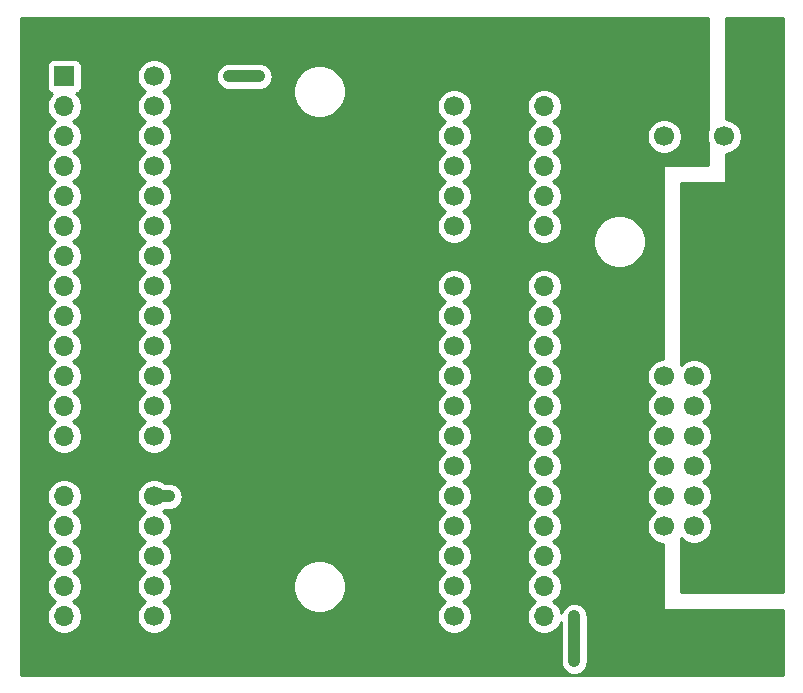
<source format=gbr>
%TF.GenerationSoftware,KiCad,Pcbnew,5.1.10-88a1d61d58~90~ubuntu20.04.1*%
%TF.CreationDate,2021-09-14T21:11:22+00:00*%
%TF.ProjectId,WifiServoBridge,57696669-5365-4727-966f-427269646765,rev?*%
%TF.SameCoordinates,Original*%
%TF.FileFunction,Copper,L2,Bot*%
%TF.FilePolarity,Positive*%
%FSLAX46Y46*%
G04 Gerber Fmt 4.6, Leading zero omitted, Abs format (unit mm)*
G04 Created by KiCad (PCBNEW 5.1.10-88a1d61d58~90~ubuntu20.04.1) date 2021-09-14 21:11:22*
%MOMM*%
%LPD*%
G01*
G04 APERTURE LIST*
%TA.AperFunction,ComponentPad*%
%ADD10O,1.700000X1.700000*%
%TD*%
%TA.AperFunction,ComponentPad*%
%ADD11R,1.700000X1.700000*%
%TD*%
%TA.AperFunction,ComponentPad*%
%ADD12C,1.700000*%
%TD*%
%TA.AperFunction,ViaPad*%
%ADD13C,0.800000*%
%TD*%
%TA.AperFunction,Conductor*%
%ADD14C,1.000000*%
%TD*%
%TA.AperFunction,Conductor*%
%ADD15C,0.254000*%
%TD*%
%TA.AperFunction,Conductor*%
%ADD16C,0.100000*%
%TD*%
G04 APERTURE END LIST*
D10*
%TO.P,J4,19*%
%TO.N,DEBUG_LED*%
X392430000Y83820000D03*
%TO.P,J4,18*%
%TO.N,MCU_GPIO7*%
X392430000Y86360000D03*
%TO.P,J4,17*%
%TO.N,MCU_GPIO8*%
X392430000Y88900000D03*
%TO.P,J4,16*%
%TO.N,MCU_GPIO15*%
X392430000Y91440000D03*
%TO.P,J4,15*%
%TO.N,MCU_GPIO2*%
X392430000Y93980000D03*
%TO.P,J4,14*%
%TO.N,MCU_GPIO0*%
X392430000Y96520000D03*
%TO.P,J4,13*%
%TO.N,MCU_GPIO4*%
X392430000Y99060000D03*
%TO.P,J4,12*%
%TO.N,MCU_GPIO16*%
X392430000Y101600000D03*
%TO.P,J4,11*%
%TO.N,MCU_GPIO17*%
X392430000Y104140000D03*
%TO.P,J4,10*%
%TO.N,MCU_GPIO5*%
X392430000Y106680000D03*
%TO.P,J4,9*%
%TO.N,MCU_GPIO18*%
X392430000Y109220000D03*
%TO.P,J4,8*%
%TO.N,MCU_GPIO19*%
X392430000Y111760000D03*
%TO.P,J4,7*%
%TO.N,MCU_GND*%
X392430000Y114300000D03*
%TO.P,J4,6*%
%TO.N,MCU_GPIO21*%
X392430000Y116840000D03*
%TO.P,J4,5*%
%TO.N,MCU_GPIO3*%
X392430000Y119380000D03*
%TO.P,J4,4*%
%TO.N,MCU_GPIO1*%
X392430000Y121920000D03*
%TO.P,J4,3*%
%TO.N,MCU_GPIO22*%
X392430000Y124460000D03*
%TO.P,J4,2*%
%TO.N,MCU_GPIO23*%
X392430000Y127000000D03*
D11*
%TO.P,J4,1*%
%TO.N,MCU_GND*%
X392430000Y129540000D03*
%TD*%
D10*
%TO.P,J3,19*%
%TO.N,MCU_+5V*%
X351790000Y83820000D03*
%TO.P,J3,18*%
%TO.N,MCU_CMD*%
X351790000Y86360000D03*
%TO.P,J3,17*%
%TO.N,MCU_GPIO10*%
X351790000Y88900000D03*
%TO.P,J3,16*%
%TO.N,MCU_GPIO9*%
X351790000Y91440000D03*
%TO.P,J3,15*%
%TO.N,MCU_GPIO13*%
X351790000Y93980000D03*
%TO.P,J3,14*%
%TO.N,MCU_GND*%
X351790000Y96520000D03*
%TO.P,J3,13*%
%TO.N,MCU_GPIO12*%
X351790000Y99060000D03*
%TO.P,J3,12*%
%TO.N,MCU_GPIO14*%
X351790000Y101600000D03*
%TO.P,J3,11*%
%TO.N,MCU_GPIO27*%
X351790000Y104140000D03*
%TO.P,J3,10*%
%TO.N,MCU_GPIO26*%
X351790000Y106680000D03*
%TO.P,J3,9*%
%TO.N,MCU_GPIO25*%
X351790000Y109220000D03*
%TO.P,J3,8*%
%TO.N,MCU_GPIO33*%
X351790000Y111760000D03*
%TO.P,J3,7*%
%TO.N,MCU_GPIO32*%
X351790000Y114300000D03*
%TO.P,J3,6*%
%TO.N,MCU_GPIO35*%
X351790000Y116840000D03*
%TO.P,J3,5*%
%TO.N,MCU_GPIO34*%
X351790000Y119380000D03*
%TO.P,J3,4*%
%TO.N,MCU_SN*%
X351790000Y121920000D03*
%TO.P,J3,3*%
%TO.N,MCU_SP*%
X351790000Y124460000D03*
%TO.P,J3,2*%
%TO.N,MCU_EN*%
X351790000Y127000000D03*
D11*
%TO.P,J3,1*%
%TO.N,MCU_+3V3*%
X351790000Y129540000D03*
%TD*%
%TO.P,J1,2*%
%TO.N,SERVO_GND*%
X410210000Y124460000D03*
D12*
%TO.P,J1,1*%
%TO.N,SERVO_VCC*%
X407670000Y124460000D03*
%TD*%
%TO.P,J2,1*%
%TO.N,MCU_+5V*%
X402590000Y124460000D03*
D11*
%TO.P,J2,2*%
%TO.N,MCU_GND*%
X405130000Y124460000D03*
%TD*%
D12*
%TO.P,J5,1*%
%TO.N,MCU_GPIO5*%
X402590000Y104140000D03*
%TO.P,J5,2*%
%TO.N,SERVO_VCC*%
X405130000Y104140000D03*
D11*
%TO.P,J5,3*%
%TO.N,SERVO_GND*%
X407670000Y104140000D03*
%TD*%
%TO.P,J6,3*%
%TO.N,SERVO_GND*%
X407670000Y101600000D03*
D12*
%TO.P,J6,2*%
%TO.N,SERVO_VCC*%
X405130000Y101600000D03*
%TO.P,J6,1*%
%TO.N,MCU_GPIO17*%
X402590000Y101600000D03*
%TD*%
%TO.P,J7,1*%
%TO.N,MCU_GPIO16*%
X402590000Y99060000D03*
%TO.P,J7,2*%
%TO.N,SERVO_VCC*%
X405130000Y99060000D03*
D11*
%TO.P,J7,3*%
%TO.N,SERVO_GND*%
X407670000Y99060000D03*
%TD*%
%TO.P,J8,3*%
%TO.N,SERVO_GND*%
X407670000Y96520000D03*
D12*
%TO.P,J8,2*%
%TO.N,SERVO_VCC*%
X405130000Y96520000D03*
%TO.P,J8,1*%
%TO.N,MCU_GPIO4*%
X402590000Y96520000D03*
%TD*%
%TO.P,J9,1*%
%TO.N,MCU_GPIO2*%
X402590000Y93980000D03*
%TO.P,J9,2*%
%TO.N,SERVO_VCC*%
X405130000Y93980000D03*
D11*
%TO.P,J9,3*%
%TO.N,SERVO_GND*%
X407670000Y93980000D03*
%TD*%
%TO.P,J10,3*%
%TO.N,SERVO_GND*%
X407670000Y91440000D03*
D12*
%TO.P,J10,2*%
%TO.N,SERVO_VCC*%
X405130000Y91440000D03*
%TO.P,J10,1*%
%TO.N,MCU_GPIO15*%
X402590000Y91440000D03*
%TD*%
%TO.P,U1,2*%
%TO.N,MCU_+3V3*%
X359410000Y129540000D03*
%TO.P,U1,4*%
%TO.N,MCU_EN*%
X359410000Y127000000D03*
%TO.P,U1,5*%
%TO.N,MCU_SP*%
X359410000Y124460000D03*
%TO.P,U1,6*%
%TO.N,MCU_SN*%
X359410000Y121920000D03*
%TO.P,U1,35*%
%TO.N,MCU_GPIO34*%
X359410000Y119380000D03*
%TO.P,U1,36*%
%TO.N,MCU_GPIO35*%
X359410000Y116840000D03*
%TO.P,U1,33*%
%TO.N,MCU_GPIO32*%
X359410000Y114300000D03*
%TO.P,U1,34*%
%TO.N,MCU_GPIO33*%
X359410000Y111760000D03*
%TO.P,U1,30*%
%TO.N,MCU_GPIO25*%
X359410000Y109220000D03*
%TO.P,U1,31*%
%TO.N,MCU_GPIO26*%
X359410000Y106680000D03*
%TO.P,U1,32*%
%TO.N,MCU_GPIO27*%
X359410000Y104140000D03*
%TO.P,U1,21*%
%TO.N,MCU_GPIO14*%
X359410000Y101600000D03*
%TO.P,U1,19*%
%TO.N,MCU_GPIO12*%
X359410000Y99060000D03*
D11*
%TO.P,U1,1*%
%TO.N,MCU_GND*%
X359410000Y96520000D03*
D12*
%TO.P,U1,20*%
%TO.N,MCU_GPIO13*%
X359410000Y93980000D03*
%TO.P,U1,17*%
%TO.N,MCU_GPIO9*%
X359410000Y91440000D03*
%TO.P,U1,18*%
%TO.N,MCU_GPIO10*%
X359410000Y88900000D03*
%TO.P,U1,7*%
%TO.N,MCU_CMD*%
X359410000Y86360000D03*
%TO.P,U1,3*%
%TO.N,MCU_+5V*%
X359410000Y83820000D03*
D11*
%TO.P,U1,1*%
%TO.N,MCU_GND*%
X384810000Y129540000D03*
D12*
%TO.P,U1,29*%
%TO.N,MCU_GPIO23*%
X384810000Y127000000D03*
%TO.P,U1,28*%
%TO.N,MCU_GPIO22*%
X384810000Y124460000D03*
%TO.P,U1,9*%
%TO.N,MCU_GPIO1*%
X384810000Y121920000D03*
%TO.P,U1,11*%
%TO.N,MCU_GPIO3*%
X384810000Y119380000D03*
%TO.P,U1,27*%
%TO.N,MCU_GPIO21*%
X384810000Y116840000D03*
D11*
%TO.P,U1,1*%
%TO.N,MCU_GND*%
X384810000Y114300000D03*
D12*
%TO.P,U1,26*%
%TO.N,MCU_GPIO19*%
X384810000Y111760000D03*
%TO.P,U1,25*%
%TO.N,MCU_GPIO18*%
X384810000Y109220000D03*
%TO.P,U1,13*%
%TO.N,MCU_GPIO5*%
X384810000Y106680000D03*
%TO.P,U1,24*%
%TO.N,MCU_GPIO17*%
X384810000Y104140000D03*
%TO.P,U1,23*%
%TO.N,MCU_GPIO16*%
X384810000Y101600000D03*
%TO.P,U1,12*%
%TO.N,MCU_GPIO4*%
X384810000Y99060000D03*
%TO.P,U1,8*%
%TO.N,MCU_GPIO0*%
X384810000Y96520000D03*
%TO.P,U1,10*%
%TO.N,MCU_GPIO2*%
X384810000Y93980000D03*
%TO.P,U1,22*%
%TO.N,MCU_GPIO15*%
X384810000Y91440000D03*
%TO.P,U1,16*%
%TO.N,MCU_GPIO8*%
X384810000Y88900000D03*
%TO.P,U1,15*%
%TO.N,MCU_GPIO7*%
X384810000Y86360000D03*
%TO.P,U1,14*%
%TO.N,DEBUG_LED*%
X384810000Y83820000D03*
%TD*%
D13*
%TO.N,MCU_+3V3*%
X394970000Y83820000D03*
%TO.N,SERVO_GND*%
X406400000Y86360000D03*
%TO.N,MCU_GND*%
X406400000Y83820000D03*
X406400000Y81280000D03*
%TO.N,MCU_+3V3*%
X394970000Y80010000D03*
X365760000Y129540000D03*
X368300000Y129540000D03*
%TD*%
D14*
%TO.N,MCU_+3V3*%
X365760000Y129540000D02*
X368300000Y129540000D01*
X394970000Y80010000D02*
X394970000Y83820000D01*
%TO.N,MCU_GPIO13*%
X359410000Y93980000D02*
X360680000Y93980000D01*
%TD*%
D15*
%TO.N,MCU_GND*%
X406273000Y124967835D02*
X406242068Y124893158D01*
X406185000Y124606260D01*
X406185000Y124313740D01*
X406242068Y124026842D01*
X406273000Y123952165D01*
X406273000Y122047000D01*
X402590000Y122047000D01*
X402565224Y122044560D01*
X402541399Y122037333D01*
X402519443Y122025597D01*
X402500197Y122009803D01*
X402484403Y121990557D01*
X402472667Y121968601D01*
X402465440Y121944776D01*
X402463000Y121920000D01*
X402463000Y105625000D01*
X402443740Y105625000D01*
X402156842Y105567932D01*
X401886589Y105455990D01*
X401643368Y105293475D01*
X401436525Y105086632D01*
X401274010Y104843411D01*
X401162068Y104573158D01*
X401105000Y104286260D01*
X401105000Y103993740D01*
X401162068Y103706842D01*
X401274010Y103436589D01*
X401436525Y103193368D01*
X401643368Y102986525D01*
X401817760Y102870000D01*
X401643368Y102753475D01*
X401436525Y102546632D01*
X401274010Y102303411D01*
X401162068Y102033158D01*
X401105000Y101746260D01*
X401105000Y101453740D01*
X401162068Y101166842D01*
X401274010Y100896589D01*
X401436525Y100653368D01*
X401643368Y100446525D01*
X401817760Y100330000D01*
X401643368Y100213475D01*
X401436525Y100006632D01*
X401274010Y99763411D01*
X401162068Y99493158D01*
X401105000Y99206260D01*
X401105000Y98913740D01*
X401162068Y98626842D01*
X401274010Y98356589D01*
X401436525Y98113368D01*
X401643368Y97906525D01*
X401817760Y97790000D01*
X401643368Y97673475D01*
X401436525Y97466632D01*
X401274010Y97223411D01*
X401162068Y96953158D01*
X401105000Y96666260D01*
X401105000Y96373740D01*
X401162068Y96086842D01*
X401274010Y95816589D01*
X401436525Y95573368D01*
X401643368Y95366525D01*
X401817760Y95250000D01*
X401643368Y95133475D01*
X401436525Y94926632D01*
X401274010Y94683411D01*
X401162068Y94413158D01*
X401105000Y94126260D01*
X401105000Y93833740D01*
X401162068Y93546842D01*
X401274010Y93276589D01*
X401436525Y93033368D01*
X401643368Y92826525D01*
X401817760Y92710000D01*
X401643368Y92593475D01*
X401436525Y92386632D01*
X401274010Y92143411D01*
X401162068Y91873158D01*
X401105000Y91586260D01*
X401105000Y91293740D01*
X401162068Y91006842D01*
X401274010Y90736589D01*
X401436525Y90493368D01*
X401643368Y90286525D01*
X401886589Y90124010D01*
X402156842Y90012068D01*
X402443740Y89955000D01*
X402463000Y89955000D01*
X402463000Y84455000D01*
X402465440Y84430224D01*
X402472667Y84406399D01*
X402484403Y84384443D01*
X402500197Y84365197D01*
X402519443Y84349403D01*
X402541399Y84337667D01*
X402565224Y84330440D01*
X402590000Y84328000D01*
X412623000Y84328000D01*
X412623000Y78867000D01*
X348107000Y78867000D01*
X348107000Y94126260D01*
X350305000Y94126260D01*
X350305000Y93833740D01*
X350362068Y93546842D01*
X350474010Y93276589D01*
X350636525Y93033368D01*
X350843368Y92826525D01*
X351017760Y92710000D01*
X350843368Y92593475D01*
X350636525Y92386632D01*
X350474010Y92143411D01*
X350362068Y91873158D01*
X350305000Y91586260D01*
X350305000Y91293740D01*
X350362068Y91006842D01*
X350474010Y90736589D01*
X350636525Y90493368D01*
X350843368Y90286525D01*
X351017760Y90170000D01*
X350843368Y90053475D01*
X350636525Y89846632D01*
X350474010Y89603411D01*
X350362068Y89333158D01*
X350305000Y89046260D01*
X350305000Y88753740D01*
X350362068Y88466842D01*
X350474010Y88196589D01*
X350636525Y87953368D01*
X350843368Y87746525D01*
X351017760Y87630000D01*
X350843368Y87513475D01*
X350636525Y87306632D01*
X350474010Y87063411D01*
X350362068Y86793158D01*
X350305000Y86506260D01*
X350305000Y86213740D01*
X350362068Y85926842D01*
X350474010Y85656589D01*
X350636525Y85413368D01*
X350843368Y85206525D01*
X351017760Y85090000D01*
X350843368Y84973475D01*
X350636525Y84766632D01*
X350474010Y84523411D01*
X350362068Y84253158D01*
X350305000Y83966260D01*
X350305000Y83673740D01*
X350362068Y83386842D01*
X350474010Y83116589D01*
X350636525Y82873368D01*
X350843368Y82666525D01*
X351086589Y82504010D01*
X351356842Y82392068D01*
X351643740Y82335000D01*
X351936260Y82335000D01*
X352223158Y82392068D01*
X352493411Y82504010D01*
X352736632Y82666525D01*
X352943475Y82873368D01*
X353105990Y83116589D01*
X353217932Y83386842D01*
X353275000Y83673740D01*
X353275000Y83966260D01*
X353217932Y84253158D01*
X353105990Y84523411D01*
X352943475Y84766632D01*
X352736632Y84973475D01*
X352562240Y85090000D01*
X352736632Y85206525D01*
X352943475Y85413368D01*
X353105990Y85656589D01*
X353217932Y85926842D01*
X353275000Y86213740D01*
X353275000Y86506260D01*
X353217932Y86793158D01*
X353105990Y87063411D01*
X352943475Y87306632D01*
X352736632Y87513475D01*
X352562240Y87630000D01*
X352736632Y87746525D01*
X352943475Y87953368D01*
X353105990Y88196589D01*
X353217932Y88466842D01*
X353275000Y88753740D01*
X353275000Y89046260D01*
X353217932Y89333158D01*
X353105990Y89603411D01*
X352943475Y89846632D01*
X352736632Y90053475D01*
X352562240Y90170000D01*
X352736632Y90286525D01*
X352943475Y90493368D01*
X353105990Y90736589D01*
X353217932Y91006842D01*
X353275000Y91293740D01*
X353275000Y91586260D01*
X353217932Y91873158D01*
X353105990Y92143411D01*
X352943475Y92386632D01*
X352736632Y92593475D01*
X352562240Y92710000D01*
X352736632Y92826525D01*
X352943475Y93033368D01*
X353105990Y93276589D01*
X353217932Y93546842D01*
X353275000Y93833740D01*
X353275000Y94126260D01*
X357925000Y94126260D01*
X357925000Y93833740D01*
X357982068Y93546842D01*
X358094010Y93276589D01*
X358256525Y93033368D01*
X358463368Y92826525D01*
X358637760Y92710000D01*
X358463368Y92593475D01*
X358256525Y92386632D01*
X358094010Y92143411D01*
X357982068Y91873158D01*
X357925000Y91586260D01*
X357925000Y91293740D01*
X357982068Y91006842D01*
X358094010Y90736589D01*
X358256525Y90493368D01*
X358463368Y90286525D01*
X358637760Y90170000D01*
X358463368Y90053475D01*
X358256525Y89846632D01*
X358094010Y89603411D01*
X357982068Y89333158D01*
X357925000Y89046260D01*
X357925000Y88753740D01*
X357982068Y88466842D01*
X358094010Y88196589D01*
X358256525Y87953368D01*
X358463368Y87746525D01*
X358637760Y87630000D01*
X358463368Y87513475D01*
X358256525Y87306632D01*
X358094010Y87063411D01*
X357982068Y86793158D01*
X357925000Y86506260D01*
X357925000Y86213740D01*
X357982068Y85926842D01*
X358094010Y85656589D01*
X358256525Y85413368D01*
X358463368Y85206525D01*
X358637760Y85090000D01*
X358463368Y84973475D01*
X358256525Y84766632D01*
X358094010Y84523411D01*
X357982068Y84253158D01*
X357925000Y83966260D01*
X357925000Y83673740D01*
X357982068Y83386842D01*
X358094010Y83116589D01*
X358256525Y82873368D01*
X358463368Y82666525D01*
X358706589Y82504010D01*
X358976842Y82392068D01*
X359263740Y82335000D01*
X359556260Y82335000D01*
X359843158Y82392068D01*
X360113411Y82504010D01*
X360356632Y82666525D01*
X360563475Y82873368D01*
X360725990Y83116589D01*
X360837932Y83386842D01*
X360895000Y83673740D01*
X360895000Y83966260D01*
X360837932Y84253158D01*
X360725990Y84523411D01*
X360563475Y84766632D01*
X360356632Y84973475D01*
X360182240Y85090000D01*
X360356632Y85206525D01*
X360563475Y85413368D01*
X360725990Y85656589D01*
X360837932Y85926842D01*
X360895000Y86213740D01*
X360895000Y86506260D01*
X360880307Y86580128D01*
X371145000Y86580128D01*
X371145000Y86139872D01*
X371230890Y85708075D01*
X371399369Y85301331D01*
X371643962Y84935271D01*
X371955271Y84623962D01*
X372321331Y84379369D01*
X372728075Y84210890D01*
X373159872Y84125000D01*
X373600128Y84125000D01*
X374031925Y84210890D01*
X374438669Y84379369D01*
X374804729Y84623962D01*
X375116038Y84935271D01*
X375360631Y85301331D01*
X375529110Y85708075D01*
X375615000Y86139872D01*
X375615000Y86580128D01*
X375529110Y87011925D01*
X375360631Y87418669D01*
X375116038Y87784729D01*
X374804729Y88096038D01*
X374438669Y88340631D01*
X374031925Y88509110D01*
X373600128Y88595000D01*
X373159872Y88595000D01*
X372728075Y88509110D01*
X372321331Y88340631D01*
X371955271Y88096038D01*
X371643962Y87784729D01*
X371399369Y87418669D01*
X371230890Y87011925D01*
X371145000Y86580128D01*
X360880307Y86580128D01*
X360837932Y86793158D01*
X360725990Y87063411D01*
X360563475Y87306632D01*
X360356632Y87513475D01*
X360182240Y87630000D01*
X360356632Y87746525D01*
X360563475Y87953368D01*
X360725990Y88196589D01*
X360837932Y88466842D01*
X360895000Y88753740D01*
X360895000Y89046260D01*
X360837932Y89333158D01*
X360725990Y89603411D01*
X360563475Y89846632D01*
X360356632Y90053475D01*
X360182240Y90170000D01*
X360356632Y90286525D01*
X360563475Y90493368D01*
X360725990Y90736589D01*
X360837932Y91006842D01*
X360895000Y91293740D01*
X360895000Y91586260D01*
X360837932Y91873158D01*
X360725990Y92143411D01*
X360563475Y92386632D01*
X360356632Y92593475D01*
X360182240Y92710000D01*
X360356632Y92826525D01*
X360375107Y92845000D01*
X360735752Y92845000D01*
X360902499Y92861423D01*
X361116447Y92926324D01*
X361313623Y93031716D01*
X361486449Y93173551D01*
X361628284Y93346377D01*
X361733676Y93543553D01*
X361798577Y93757501D01*
X361820491Y93980000D01*
X361798577Y94202499D01*
X361733676Y94416447D01*
X361628284Y94613623D01*
X361486449Y94786449D01*
X361313623Y94928284D01*
X361116447Y95033676D01*
X360902499Y95098577D01*
X360735752Y95115000D01*
X360375107Y95115000D01*
X360356632Y95133475D01*
X360113411Y95295990D01*
X359843158Y95407932D01*
X359556260Y95465000D01*
X359263740Y95465000D01*
X358976842Y95407932D01*
X358706589Y95295990D01*
X358463368Y95133475D01*
X358256525Y94926632D01*
X358094010Y94683411D01*
X357982068Y94413158D01*
X357925000Y94126260D01*
X353275000Y94126260D01*
X353217932Y94413158D01*
X353105990Y94683411D01*
X352943475Y94926632D01*
X352736632Y95133475D01*
X352493411Y95295990D01*
X352223158Y95407932D01*
X351936260Y95465000D01*
X351643740Y95465000D01*
X351356842Y95407932D01*
X351086589Y95295990D01*
X350843368Y95133475D01*
X350636525Y94926632D01*
X350474010Y94683411D01*
X350362068Y94413158D01*
X350305000Y94126260D01*
X348107000Y94126260D01*
X348107000Y130390000D01*
X350301928Y130390000D01*
X350301928Y128690000D01*
X350314188Y128565518D01*
X350350498Y128445820D01*
X350409463Y128335506D01*
X350488815Y128238815D01*
X350585506Y128159463D01*
X350695820Y128100498D01*
X350768380Y128078487D01*
X350636525Y127946632D01*
X350474010Y127703411D01*
X350362068Y127433158D01*
X350305000Y127146260D01*
X350305000Y126853740D01*
X350362068Y126566842D01*
X350474010Y126296589D01*
X350636525Y126053368D01*
X350843368Y125846525D01*
X351017760Y125730000D01*
X350843368Y125613475D01*
X350636525Y125406632D01*
X350474010Y125163411D01*
X350362068Y124893158D01*
X350305000Y124606260D01*
X350305000Y124313740D01*
X350362068Y124026842D01*
X350474010Y123756589D01*
X350636525Y123513368D01*
X350843368Y123306525D01*
X351017760Y123190000D01*
X350843368Y123073475D01*
X350636525Y122866632D01*
X350474010Y122623411D01*
X350362068Y122353158D01*
X350305000Y122066260D01*
X350305000Y121773740D01*
X350362068Y121486842D01*
X350474010Y121216589D01*
X350636525Y120973368D01*
X350843368Y120766525D01*
X351017760Y120650000D01*
X350843368Y120533475D01*
X350636525Y120326632D01*
X350474010Y120083411D01*
X350362068Y119813158D01*
X350305000Y119526260D01*
X350305000Y119233740D01*
X350362068Y118946842D01*
X350474010Y118676589D01*
X350636525Y118433368D01*
X350843368Y118226525D01*
X351017760Y118110000D01*
X350843368Y117993475D01*
X350636525Y117786632D01*
X350474010Y117543411D01*
X350362068Y117273158D01*
X350305000Y116986260D01*
X350305000Y116693740D01*
X350362068Y116406842D01*
X350474010Y116136589D01*
X350636525Y115893368D01*
X350843368Y115686525D01*
X351017760Y115570000D01*
X350843368Y115453475D01*
X350636525Y115246632D01*
X350474010Y115003411D01*
X350362068Y114733158D01*
X350305000Y114446260D01*
X350305000Y114153740D01*
X350362068Y113866842D01*
X350474010Y113596589D01*
X350636525Y113353368D01*
X350843368Y113146525D01*
X351017760Y113030000D01*
X350843368Y112913475D01*
X350636525Y112706632D01*
X350474010Y112463411D01*
X350362068Y112193158D01*
X350305000Y111906260D01*
X350305000Y111613740D01*
X350362068Y111326842D01*
X350474010Y111056589D01*
X350636525Y110813368D01*
X350843368Y110606525D01*
X351017760Y110490000D01*
X350843368Y110373475D01*
X350636525Y110166632D01*
X350474010Y109923411D01*
X350362068Y109653158D01*
X350305000Y109366260D01*
X350305000Y109073740D01*
X350362068Y108786842D01*
X350474010Y108516589D01*
X350636525Y108273368D01*
X350843368Y108066525D01*
X351017760Y107950000D01*
X350843368Y107833475D01*
X350636525Y107626632D01*
X350474010Y107383411D01*
X350362068Y107113158D01*
X350305000Y106826260D01*
X350305000Y106533740D01*
X350362068Y106246842D01*
X350474010Y105976589D01*
X350636525Y105733368D01*
X350843368Y105526525D01*
X351017760Y105410000D01*
X350843368Y105293475D01*
X350636525Y105086632D01*
X350474010Y104843411D01*
X350362068Y104573158D01*
X350305000Y104286260D01*
X350305000Y103993740D01*
X350362068Y103706842D01*
X350474010Y103436589D01*
X350636525Y103193368D01*
X350843368Y102986525D01*
X351017760Y102870000D01*
X350843368Y102753475D01*
X350636525Y102546632D01*
X350474010Y102303411D01*
X350362068Y102033158D01*
X350305000Y101746260D01*
X350305000Y101453740D01*
X350362068Y101166842D01*
X350474010Y100896589D01*
X350636525Y100653368D01*
X350843368Y100446525D01*
X351017760Y100330000D01*
X350843368Y100213475D01*
X350636525Y100006632D01*
X350474010Y99763411D01*
X350362068Y99493158D01*
X350305000Y99206260D01*
X350305000Y98913740D01*
X350362068Y98626842D01*
X350474010Y98356589D01*
X350636525Y98113368D01*
X350843368Y97906525D01*
X351086589Y97744010D01*
X351356842Y97632068D01*
X351643740Y97575000D01*
X351936260Y97575000D01*
X352223158Y97632068D01*
X352493411Y97744010D01*
X352736632Y97906525D01*
X352943475Y98113368D01*
X353105990Y98356589D01*
X353217932Y98626842D01*
X353275000Y98913740D01*
X353275000Y99206260D01*
X353217932Y99493158D01*
X353105990Y99763411D01*
X352943475Y100006632D01*
X352736632Y100213475D01*
X352562240Y100330000D01*
X352736632Y100446525D01*
X352943475Y100653368D01*
X353105990Y100896589D01*
X353217932Y101166842D01*
X353275000Y101453740D01*
X353275000Y101746260D01*
X353217932Y102033158D01*
X353105990Y102303411D01*
X352943475Y102546632D01*
X352736632Y102753475D01*
X352562240Y102870000D01*
X352736632Y102986525D01*
X352943475Y103193368D01*
X353105990Y103436589D01*
X353217932Y103706842D01*
X353275000Y103993740D01*
X353275000Y104286260D01*
X353217932Y104573158D01*
X353105990Y104843411D01*
X352943475Y105086632D01*
X352736632Y105293475D01*
X352562240Y105410000D01*
X352736632Y105526525D01*
X352943475Y105733368D01*
X353105990Y105976589D01*
X353217932Y106246842D01*
X353275000Y106533740D01*
X353275000Y106826260D01*
X353217932Y107113158D01*
X353105990Y107383411D01*
X352943475Y107626632D01*
X352736632Y107833475D01*
X352562240Y107950000D01*
X352736632Y108066525D01*
X352943475Y108273368D01*
X353105990Y108516589D01*
X353217932Y108786842D01*
X353275000Y109073740D01*
X353275000Y109366260D01*
X353217932Y109653158D01*
X353105990Y109923411D01*
X352943475Y110166632D01*
X352736632Y110373475D01*
X352562240Y110490000D01*
X352736632Y110606525D01*
X352943475Y110813368D01*
X353105990Y111056589D01*
X353217932Y111326842D01*
X353275000Y111613740D01*
X353275000Y111906260D01*
X353217932Y112193158D01*
X353105990Y112463411D01*
X352943475Y112706632D01*
X352736632Y112913475D01*
X352562240Y113030000D01*
X352736632Y113146525D01*
X352943475Y113353368D01*
X353105990Y113596589D01*
X353217932Y113866842D01*
X353275000Y114153740D01*
X353275000Y114446260D01*
X353217932Y114733158D01*
X353105990Y115003411D01*
X352943475Y115246632D01*
X352736632Y115453475D01*
X352562240Y115570000D01*
X352736632Y115686525D01*
X352943475Y115893368D01*
X353105990Y116136589D01*
X353217932Y116406842D01*
X353275000Y116693740D01*
X353275000Y116986260D01*
X353217932Y117273158D01*
X353105990Y117543411D01*
X352943475Y117786632D01*
X352736632Y117993475D01*
X352562240Y118110000D01*
X352736632Y118226525D01*
X352943475Y118433368D01*
X353105990Y118676589D01*
X353217932Y118946842D01*
X353275000Y119233740D01*
X353275000Y119526260D01*
X353217932Y119813158D01*
X353105990Y120083411D01*
X352943475Y120326632D01*
X352736632Y120533475D01*
X352562240Y120650000D01*
X352736632Y120766525D01*
X352943475Y120973368D01*
X353105990Y121216589D01*
X353217932Y121486842D01*
X353275000Y121773740D01*
X353275000Y122066260D01*
X353217932Y122353158D01*
X353105990Y122623411D01*
X352943475Y122866632D01*
X352736632Y123073475D01*
X352562240Y123190000D01*
X352736632Y123306525D01*
X352943475Y123513368D01*
X353105990Y123756589D01*
X353217932Y124026842D01*
X353275000Y124313740D01*
X353275000Y124606260D01*
X353217932Y124893158D01*
X353105990Y125163411D01*
X352943475Y125406632D01*
X352736632Y125613475D01*
X352562240Y125730000D01*
X352736632Y125846525D01*
X352943475Y126053368D01*
X353105990Y126296589D01*
X353217932Y126566842D01*
X353275000Y126853740D01*
X353275000Y127146260D01*
X353217932Y127433158D01*
X353105990Y127703411D01*
X352943475Y127946632D01*
X352811620Y128078487D01*
X352884180Y128100498D01*
X352994494Y128159463D01*
X353091185Y128238815D01*
X353170537Y128335506D01*
X353229502Y128445820D01*
X353265812Y128565518D01*
X353278072Y128690000D01*
X353278072Y129686260D01*
X357925000Y129686260D01*
X357925000Y129393740D01*
X357982068Y129106842D01*
X358094010Y128836589D01*
X358256525Y128593368D01*
X358463368Y128386525D01*
X358637760Y128270000D01*
X358463368Y128153475D01*
X358256525Y127946632D01*
X358094010Y127703411D01*
X357982068Y127433158D01*
X357925000Y127146260D01*
X357925000Y126853740D01*
X357982068Y126566842D01*
X358094010Y126296589D01*
X358256525Y126053368D01*
X358463368Y125846525D01*
X358637760Y125730000D01*
X358463368Y125613475D01*
X358256525Y125406632D01*
X358094010Y125163411D01*
X357982068Y124893158D01*
X357925000Y124606260D01*
X357925000Y124313740D01*
X357982068Y124026842D01*
X358094010Y123756589D01*
X358256525Y123513368D01*
X358463368Y123306525D01*
X358637760Y123190000D01*
X358463368Y123073475D01*
X358256525Y122866632D01*
X358094010Y122623411D01*
X357982068Y122353158D01*
X357925000Y122066260D01*
X357925000Y121773740D01*
X357982068Y121486842D01*
X358094010Y121216589D01*
X358256525Y120973368D01*
X358463368Y120766525D01*
X358637760Y120650000D01*
X358463368Y120533475D01*
X358256525Y120326632D01*
X358094010Y120083411D01*
X357982068Y119813158D01*
X357925000Y119526260D01*
X357925000Y119233740D01*
X357982068Y118946842D01*
X358094010Y118676589D01*
X358256525Y118433368D01*
X358463368Y118226525D01*
X358637760Y118110000D01*
X358463368Y117993475D01*
X358256525Y117786632D01*
X358094010Y117543411D01*
X357982068Y117273158D01*
X357925000Y116986260D01*
X357925000Y116693740D01*
X357982068Y116406842D01*
X358094010Y116136589D01*
X358256525Y115893368D01*
X358463368Y115686525D01*
X358637760Y115570000D01*
X358463368Y115453475D01*
X358256525Y115246632D01*
X358094010Y115003411D01*
X357982068Y114733158D01*
X357925000Y114446260D01*
X357925000Y114153740D01*
X357982068Y113866842D01*
X358094010Y113596589D01*
X358256525Y113353368D01*
X358463368Y113146525D01*
X358637760Y113030000D01*
X358463368Y112913475D01*
X358256525Y112706632D01*
X358094010Y112463411D01*
X357982068Y112193158D01*
X357925000Y111906260D01*
X357925000Y111613740D01*
X357982068Y111326842D01*
X358094010Y111056589D01*
X358256525Y110813368D01*
X358463368Y110606525D01*
X358637760Y110490000D01*
X358463368Y110373475D01*
X358256525Y110166632D01*
X358094010Y109923411D01*
X357982068Y109653158D01*
X357925000Y109366260D01*
X357925000Y109073740D01*
X357982068Y108786842D01*
X358094010Y108516589D01*
X358256525Y108273368D01*
X358463368Y108066525D01*
X358637760Y107950000D01*
X358463368Y107833475D01*
X358256525Y107626632D01*
X358094010Y107383411D01*
X357982068Y107113158D01*
X357925000Y106826260D01*
X357925000Y106533740D01*
X357982068Y106246842D01*
X358094010Y105976589D01*
X358256525Y105733368D01*
X358463368Y105526525D01*
X358637760Y105410000D01*
X358463368Y105293475D01*
X358256525Y105086632D01*
X358094010Y104843411D01*
X357982068Y104573158D01*
X357925000Y104286260D01*
X357925000Y103993740D01*
X357982068Y103706842D01*
X358094010Y103436589D01*
X358256525Y103193368D01*
X358463368Y102986525D01*
X358637760Y102870000D01*
X358463368Y102753475D01*
X358256525Y102546632D01*
X358094010Y102303411D01*
X357982068Y102033158D01*
X357925000Y101746260D01*
X357925000Y101453740D01*
X357982068Y101166842D01*
X358094010Y100896589D01*
X358256525Y100653368D01*
X358463368Y100446525D01*
X358637760Y100330000D01*
X358463368Y100213475D01*
X358256525Y100006632D01*
X358094010Y99763411D01*
X357982068Y99493158D01*
X357925000Y99206260D01*
X357925000Y98913740D01*
X357982068Y98626842D01*
X358094010Y98356589D01*
X358256525Y98113368D01*
X358463368Y97906525D01*
X358706589Y97744010D01*
X358976842Y97632068D01*
X359263740Y97575000D01*
X359556260Y97575000D01*
X359843158Y97632068D01*
X360113411Y97744010D01*
X360356632Y97906525D01*
X360563475Y98113368D01*
X360725990Y98356589D01*
X360837932Y98626842D01*
X360895000Y98913740D01*
X360895000Y99206260D01*
X360837932Y99493158D01*
X360725990Y99763411D01*
X360563475Y100006632D01*
X360356632Y100213475D01*
X360182240Y100330000D01*
X360356632Y100446525D01*
X360563475Y100653368D01*
X360725990Y100896589D01*
X360837932Y101166842D01*
X360895000Y101453740D01*
X360895000Y101746260D01*
X360837932Y102033158D01*
X360725990Y102303411D01*
X360563475Y102546632D01*
X360356632Y102753475D01*
X360182240Y102870000D01*
X360356632Y102986525D01*
X360563475Y103193368D01*
X360725990Y103436589D01*
X360837932Y103706842D01*
X360895000Y103993740D01*
X360895000Y104286260D01*
X360837932Y104573158D01*
X360725990Y104843411D01*
X360563475Y105086632D01*
X360356632Y105293475D01*
X360182240Y105410000D01*
X360356632Y105526525D01*
X360563475Y105733368D01*
X360725990Y105976589D01*
X360837932Y106246842D01*
X360895000Y106533740D01*
X360895000Y106826260D01*
X360837932Y107113158D01*
X360725990Y107383411D01*
X360563475Y107626632D01*
X360356632Y107833475D01*
X360182240Y107950000D01*
X360356632Y108066525D01*
X360563475Y108273368D01*
X360725990Y108516589D01*
X360837932Y108786842D01*
X360895000Y109073740D01*
X360895000Y109366260D01*
X360837932Y109653158D01*
X360725990Y109923411D01*
X360563475Y110166632D01*
X360356632Y110373475D01*
X360182240Y110490000D01*
X360356632Y110606525D01*
X360563475Y110813368D01*
X360725990Y111056589D01*
X360837932Y111326842D01*
X360895000Y111613740D01*
X360895000Y111906260D01*
X383325000Y111906260D01*
X383325000Y111613740D01*
X383382068Y111326842D01*
X383494010Y111056589D01*
X383656525Y110813368D01*
X383863368Y110606525D01*
X384037760Y110490000D01*
X383863368Y110373475D01*
X383656525Y110166632D01*
X383494010Y109923411D01*
X383382068Y109653158D01*
X383325000Y109366260D01*
X383325000Y109073740D01*
X383382068Y108786842D01*
X383494010Y108516589D01*
X383656525Y108273368D01*
X383863368Y108066525D01*
X384037760Y107950000D01*
X383863368Y107833475D01*
X383656525Y107626632D01*
X383494010Y107383411D01*
X383382068Y107113158D01*
X383325000Y106826260D01*
X383325000Y106533740D01*
X383382068Y106246842D01*
X383494010Y105976589D01*
X383656525Y105733368D01*
X383863368Y105526525D01*
X384037760Y105410000D01*
X383863368Y105293475D01*
X383656525Y105086632D01*
X383494010Y104843411D01*
X383382068Y104573158D01*
X383325000Y104286260D01*
X383325000Y103993740D01*
X383382068Y103706842D01*
X383494010Y103436589D01*
X383656525Y103193368D01*
X383863368Y102986525D01*
X384037760Y102870000D01*
X383863368Y102753475D01*
X383656525Y102546632D01*
X383494010Y102303411D01*
X383382068Y102033158D01*
X383325000Y101746260D01*
X383325000Y101453740D01*
X383382068Y101166842D01*
X383494010Y100896589D01*
X383656525Y100653368D01*
X383863368Y100446525D01*
X384037760Y100330000D01*
X383863368Y100213475D01*
X383656525Y100006632D01*
X383494010Y99763411D01*
X383382068Y99493158D01*
X383325000Y99206260D01*
X383325000Y98913740D01*
X383382068Y98626842D01*
X383494010Y98356589D01*
X383656525Y98113368D01*
X383863368Y97906525D01*
X384037760Y97790000D01*
X383863368Y97673475D01*
X383656525Y97466632D01*
X383494010Y97223411D01*
X383382068Y96953158D01*
X383325000Y96666260D01*
X383325000Y96373740D01*
X383382068Y96086842D01*
X383494010Y95816589D01*
X383656525Y95573368D01*
X383863368Y95366525D01*
X384037760Y95250000D01*
X383863368Y95133475D01*
X383656525Y94926632D01*
X383494010Y94683411D01*
X383382068Y94413158D01*
X383325000Y94126260D01*
X383325000Y93833740D01*
X383382068Y93546842D01*
X383494010Y93276589D01*
X383656525Y93033368D01*
X383863368Y92826525D01*
X384037760Y92710000D01*
X383863368Y92593475D01*
X383656525Y92386632D01*
X383494010Y92143411D01*
X383382068Y91873158D01*
X383325000Y91586260D01*
X383325000Y91293740D01*
X383382068Y91006842D01*
X383494010Y90736589D01*
X383656525Y90493368D01*
X383863368Y90286525D01*
X384037760Y90170000D01*
X383863368Y90053475D01*
X383656525Y89846632D01*
X383494010Y89603411D01*
X383382068Y89333158D01*
X383325000Y89046260D01*
X383325000Y88753740D01*
X383382068Y88466842D01*
X383494010Y88196589D01*
X383656525Y87953368D01*
X383863368Y87746525D01*
X384037760Y87630000D01*
X383863368Y87513475D01*
X383656525Y87306632D01*
X383494010Y87063411D01*
X383382068Y86793158D01*
X383325000Y86506260D01*
X383325000Y86213740D01*
X383382068Y85926842D01*
X383494010Y85656589D01*
X383656525Y85413368D01*
X383863368Y85206525D01*
X384037760Y85090000D01*
X383863368Y84973475D01*
X383656525Y84766632D01*
X383494010Y84523411D01*
X383382068Y84253158D01*
X383325000Y83966260D01*
X383325000Y83673740D01*
X383382068Y83386842D01*
X383494010Y83116589D01*
X383656525Y82873368D01*
X383863368Y82666525D01*
X384106589Y82504010D01*
X384376842Y82392068D01*
X384663740Y82335000D01*
X384956260Y82335000D01*
X385243158Y82392068D01*
X385513411Y82504010D01*
X385756632Y82666525D01*
X385963475Y82873368D01*
X386125990Y83116589D01*
X386237932Y83386842D01*
X386295000Y83673740D01*
X386295000Y83966260D01*
X386237932Y84253158D01*
X386125990Y84523411D01*
X385963475Y84766632D01*
X385756632Y84973475D01*
X385582240Y85090000D01*
X385756632Y85206525D01*
X385963475Y85413368D01*
X386125990Y85656589D01*
X386237932Y85926842D01*
X386295000Y86213740D01*
X386295000Y86506260D01*
X386237932Y86793158D01*
X386125990Y87063411D01*
X385963475Y87306632D01*
X385756632Y87513475D01*
X385582240Y87630000D01*
X385756632Y87746525D01*
X385963475Y87953368D01*
X386125990Y88196589D01*
X386237932Y88466842D01*
X386295000Y88753740D01*
X386295000Y89046260D01*
X386237932Y89333158D01*
X386125990Y89603411D01*
X385963475Y89846632D01*
X385756632Y90053475D01*
X385582240Y90170000D01*
X385756632Y90286525D01*
X385963475Y90493368D01*
X386125990Y90736589D01*
X386237932Y91006842D01*
X386295000Y91293740D01*
X386295000Y91586260D01*
X386237932Y91873158D01*
X386125990Y92143411D01*
X385963475Y92386632D01*
X385756632Y92593475D01*
X385582240Y92710000D01*
X385756632Y92826525D01*
X385963475Y93033368D01*
X386125990Y93276589D01*
X386237932Y93546842D01*
X386295000Y93833740D01*
X386295000Y94126260D01*
X386237932Y94413158D01*
X386125990Y94683411D01*
X385963475Y94926632D01*
X385756632Y95133475D01*
X385582240Y95250000D01*
X385756632Y95366525D01*
X385963475Y95573368D01*
X386125990Y95816589D01*
X386237932Y96086842D01*
X386295000Y96373740D01*
X386295000Y96666260D01*
X386237932Y96953158D01*
X386125990Y97223411D01*
X385963475Y97466632D01*
X385756632Y97673475D01*
X385582240Y97790000D01*
X385756632Y97906525D01*
X385963475Y98113368D01*
X386125990Y98356589D01*
X386237932Y98626842D01*
X386295000Y98913740D01*
X386295000Y99206260D01*
X386237932Y99493158D01*
X386125990Y99763411D01*
X385963475Y100006632D01*
X385756632Y100213475D01*
X385582240Y100330000D01*
X385756632Y100446525D01*
X385963475Y100653368D01*
X386125990Y100896589D01*
X386237932Y101166842D01*
X386295000Y101453740D01*
X386295000Y101746260D01*
X386237932Y102033158D01*
X386125990Y102303411D01*
X385963475Y102546632D01*
X385756632Y102753475D01*
X385582240Y102870000D01*
X385756632Y102986525D01*
X385963475Y103193368D01*
X386125990Y103436589D01*
X386237932Y103706842D01*
X386295000Y103993740D01*
X386295000Y104286260D01*
X386237932Y104573158D01*
X386125990Y104843411D01*
X385963475Y105086632D01*
X385756632Y105293475D01*
X385582240Y105410000D01*
X385756632Y105526525D01*
X385963475Y105733368D01*
X386125990Y105976589D01*
X386237932Y106246842D01*
X386295000Y106533740D01*
X386295000Y106826260D01*
X386237932Y107113158D01*
X386125990Y107383411D01*
X385963475Y107626632D01*
X385756632Y107833475D01*
X385582240Y107950000D01*
X385756632Y108066525D01*
X385963475Y108273368D01*
X386125990Y108516589D01*
X386237932Y108786842D01*
X386295000Y109073740D01*
X386295000Y109366260D01*
X386237932Y109653158D01*
X386125990Y109923411D01*
X385963475Y110166632D01*
X385756632Y110373475D01*
X385582240Y110490000D01*
X385756632Y110606525D01*
X385963475Y110813368D01*
X386125990Y111056589D01*
X386237932Y111326842D01*
X386295000Y111613740D01*
X386295000Y111906260D01*
X390945000Y111906260D01*
X390945000Y111613740D01*
X391002068Y111326842D01*
X391114010Y111056589D01*
X391276525Y110813368D01*
X391483368Y110606525D01*
X391657760Y110490000D01*
X391483368Y110373475D01*
X391276525Y110166632D01*
X391114010Y109923411D01*
X391002068Y109653158D01*
X390945000Y109366260D01*
X390945000Y109073740D01*
X391002068Y108786842D01*
X391114010Y108516589D01*
X391276525Y108273368D01*
X391483368Y108066525D01*
X391657760Y107950000D01*
X391483368Y107833475D01*
X391276525Y107626632D01*
X391114010Y107383411D01*
X391002068Y107113158D01*
X390945000Y106826260D01*
X390945000Y106533740D01*
X391002068Y106246842D01*
X391114010Y105976589D01*
X391276525Y105733368D01*
X391483368Y105526525D01*
X391657760Y105410000D01*
X391483368Y105293475D01*
X391276525Y105086632D01*
X391114010Y104843411D01*
X391002068Y104573158D01*
X390945000Y104286260D01*
X390945000Y103993740D01*
X391002068Y103706842D01*
X391114010Y103436589D01*
X391276525Y103193368D01*
X391483368Y102986525D01*
X391657760Y102870000D01*
X391483368Y102753475D01*
X391276525Y102546632D01*
X391114010Y102303411D01*
X391002068Y102033158D01*
X390945000Y101746260D01*
X390945000Y101453740D01*
X391002068Y101166842D01*
X391114010Y100896589D01*
X391276525Y100653368D01*
X391483368Y100446525D01*
X391657760Y100330000D01*
X391483368Y100213475D01*
X391276525Y100006632D01*
X391114010Y99763411D01*
X391002068Y99493158D01*
X390945000Y99206260D01*
X390945000Y98913740D01*
X391002068Y98626842D01*
X391114010Y98356589D01*
X391276525Y98113368D01*
X391483368Y97906525D01*
X391657760Y97790000D01*
X391483368Y97673475D01*
X391276525Y97466632D01*
X391114010Y97223411D01*
X391002068Y96953158D01*
X390945000Y96666260D01*
X390945000Y96373740D01*
X391002068Y96086842D01*
X391114010Y95816589D01*
X391276525Y95573368D01*
X391483368Y95366525D01*
X391657760Y95250000D01*
X391483368Y95133475D01*
X391276525Y94926632D01*
X391114010Y94683411D01*
X391002068Y94413158D01*
X390945000Y94126260D01*
X390945000Y93833740D01*
X391002068Y93546842D01*
X391114010Y93276589D01*
X391276525Y93033368D01*
X391483368Y92826525D01*
X391657760Y92710000D01*
X391483368Y92593475D01*
X391276525Y92386632D01*
X391114010Y92143411D01*
X391002068Y91873158D01*
X390945000Y91586260D01*
X390945000Y91293740D01*
X391002068Y91006842D01*
X391114010Y90736589D01*
X391276525Y90493368D01*
X391483368Y90286525D01*
X391657760Y90170000D01*
X391483368Y90053475D01*
X391276525Y89846632D01*
X391114010Y89603411D01*
X391002068Y89333158D01*
X390945000Y89046260D01*
X390945000Y88753740D01*
X391002068Y88466842D01*
X391114010Y88196589D01*
X391276525Y87953368D01*
X391483368Y87746525D01*
X391657760Y87630000D01*
X391483368Y87513475D01*
X391276525Y87306632D01*
X391114010Y87063411D01*
X391002068Y86793158D01*
X390945000Y86506260D01*
X390945000Y86213740D01*
X391002068Y85926842D01*
X391114010Y85656589D01*
X391276525Y85413368D01*
X391483368Y85206525D01*
X391657760Y85090000D01*
X391483368Y84973475D01*
X391276525Y84766632D01*
X391114010Y84523411D01*
X391002068Y84253158D01*
X390945000Y83966260D01*
X390945000Y83673740D01*
X391002068Y83386842D01*
X391114010Y83116589D01*
X391276525Y82873368D01*
X391483368Y82666525D01*
X391726589Y82504010D01*
X391996842Y82392068D01*
X392283740Y82335000D01*
X392576260Y82335000D01*
X392863158Y82392068D01*
X393133411Y82504010D01*
X393376632Y82666525D01*
X393583475Y82873368D01*
X393745990Y83116589D01*
X393835001Y83331481D01*
X393835000Y79954249D01*
X393851423Y79787502D01*
X393916324Y79573554D01*
X394021716Y79376377D01*
X394163551Y79203551D01*
X394336377Y79061716D01*
X394533553Y78956324D01*
X394747501Y78891423D01*
X394970000Y78869509D01*
X395192498Y78891423D01*
X395406446Y78956324D01*
X395603623Y79061716D01*
X395776449Y79203551D01*
X395918284Y79376377D01*
X396023676Y79573553D01*
X396088577Y79787501D01*
X396105000Y79954248D01*
X396105000Y83875752D01*
X396088577Y84042499D01*
X396023676Y84256447D01*
X395918284Y84453623D01*
X395776449Y84626449D01*
X395603623Y84768284D01*
X395406447Y84873676D01*
X395192499Y84938577D01*
X394970000Y84960491D01*
X394747502Y84938577D01*
X394533554Y84873676D01*
X394336378Y84768284D01*
X394163552Y84626449D01*
X394021717Y84453623D01*
X393916325Y84256447D01*
X393880663Y84138885D01*
X393857932Y84253158D01*
X393745990Y84523411D01*
X393583475Y84766632D01*
X393376632Y84973475D01*
X393202240Y85090000D01*
X393376632Y85206525D01*
X393583475Y85413368D01*
X393745990Y85656589D01*
X393857932Y85926842D01*
X393915000Y86213740D01*
X393915000Y86506260D01*
X393857932Y86793158D01*
X393745990Y87063411D01*
X393583475Y87306632D01*
X393376632Y87513475D01*
X393202240Y87630000D01*
X393376632Y87746525D01*
X393583475Y87953368D01*
X393745990Y88196589D01*
X393857932Y88466842D01*
X393915000Y88753740D01*
X393915000Y89046260D01*
X393857932Y89333158D01*
X393745990Y89603411D01*
X393583475Y89846632D01*
X393376632Y90053475D01*
X393202240Y90170000D01*
X393376632Y90286525D01*
X393583475Y90493368D01*
X393745990Y90736589D01*
X393857932Y91006842D01*
X393915000Y91293740D01*
X393915000Y91586260D01*
X393857932Y91873158D01*
X393745990Y92143411D01*
X393583475Y92386632D01*
X393376632Y92593475D01*
X393202240Y92710000D01*
X393376632Y92826525D01*
X393583475Y93033368D01*
X393745990Y93276589D01*
X393857932Y93546842D01*
X393915000Y93833740D01*
X393915000Y94126260D01*
X393857932Y94413158D01*
X393745990Y94683411D01*
X393583475Y94926632D01*
X393376632Y95133475D01*
X393202240Y95250000D01*
X393376632Y95366525D01*
X393583475Y95573368D01*
X393745990Y95816589D01*
X393857932Y96086842D01*
X393915000Y96373740D01*
X393915000Y96666260D01*
X393857932Y96953158D01*
X393745990Y97223411D01*
X393583475Y97466632D01*
X393376632Y97673475D01*
X393202240Y97790000D01*
X393376632Y97906525D01*
X393583475Y98113368D01*
X393745990Y98356589D01*
X393857932Y98626842D01*
X393915000Y98913740D01*
X393915000Y99206260D01*
X393857932Y99493158D01*
X393745990Y99763411D01*
X393583475Y100006632D01*
X393376632Y100213475D01*
X393202240Y100330000D01*
X393376632Y100446525D01*
X393583475Y100653368D01*
X393745990Y100896589D01*
X393857932Y101166842D01*
X393915000Y101453740D01*
X393915000Y101746260D01*
X393857932Y102033158D01*
X393745990Y102303411D01*
X393583475Y102546632D01*
X393376632Y102753475D01*
X393202240Y102870000D01*
X393376632Y102986525D01*
X393583475Y103193368D01*
X393745990Y103436589D01*
X393857932Y103706842D01*
X393915000Y103993740D01*
X393915000Y104286260D01*
X393857932Y104573158D01*
X393745990Y104843411D01*
X393583475Y105086632D01*
X393376632Y105293475D01*
X393202240Y105410000D01*
X393376632Y105526525D01*
X393583475Y105733368D01*
X393745990Y105976589D01*
X393857932Y106246842D01*
X393915000Y106533740D01*
X393915000Y106826260D01*
X393857932Y107113158D01*
X393745990Y107383411D01*
X393583475Y107626632D01*
X393376632Y107833475D01*
X393202240Y107950000D01*
X393376632Y108066525D01*
X393583475Y108273368D01*
X393745990Y108516589D01*
X393857932Y108786842D01*
X393915000Y109073740D01*
X393915000Y109366260D01*
X393857932Y109653158D01*
X393745990Y109923411D01*
X393583475Y110166632D01*
X393376632Y110373475D01*
X393202240Y110490000D01*
X393376632Y110606525D01*
X393583475Y110813368D01*
X393745990Y111056589D01*
X393857932Y111326842D01*
X393915000Y111613740D01*
X393915000Y111906260D01*
X393857932Y112193158D01*
X393745990Y112463411D01*
X393583475Y112706632D01*
X393376632Y112913475D01*
X393133411Y113075990D01*
X392863158Y113187932D01*
X392576260Y113245000D01*
X392283740Y113245000D01*
X391996842Y113187932D01*
X391726589Y113075990D01*
X391483368Y112913475D01*
X391276525Y112706632D01*
X391114010Y112463411D01*
X391002068Y112193158D01*
X390945000Y111906260D01*
X386295000Y111906260D01*
X386237932Y112193158D01*
X386125990Y112463411D01*
X385963475Y112706632D01*
X385756632Y112913475D01*
X385513411Y113075990D01*
X385243158Y113187932D01*
X384956260Y113245000D01*
X384663740Y113245000D01*
X384376842Y113187932D01*
X384106589Y113075990D01*
X383863368Y112913475D01*
X383656525Y112706632D01*
X383494010Y112463411D01*
X383382068Y112193158D01*
X383325000Y111906260D01*
X360895000Y111906260D01*
X360837932Y112193158D01*
X360725990Y112463411D01*
X360563475Y112706632D01*
X360356632Y112913475D01*
X360182240Y113030000D01*
X360356632Y113146525D01*
X360563475Y113353368D01*
X360725990Y113596589D01*
X360837932Y113866842D01*
X360895000Y114153740D01*
X360895000Y114446260D01*
X360837932Y114733158D01*
X360725990Y115003411D01*
X360563475Y115246632D01*
X360356632Y115453475D01*
X360182240Y115570000D01*
X360356632Y115686525D01*
X360563475Y115893368D01*
X360725990Y116136589D01*
X360837932Y116406842D01*
X360895000Y116693740D01*
X360895000Y116986260D01*
X360837932Y117273158D01*
X360725990Y117543411D01*
X360563475Y117786632D01*
X360356632Y117993475D01*
X360182240Y118110000D01*
X360356632Y118226525D01*
X360563475Y118433368D01*
X360725990Y118676589D01*
X360837932Y118946842D01*
X360895000Y119233740D01*
X360895000Y119526260D01*
X360837932Y119813158D01*
X360725990Y120083411D01*
X360563475Y120326632D01*
X360356632Y120533475D01*
X360182240Y120650000D01*
X360356632Y120766525D01*
X360563475Y120973368D01*
X360725990Y121216589D01*
X360837932Y121486842D01*
X360895000Y121773740D01*
X360895000Y122066260D01*
X360837932Y122353158D01*
X360725990Y122623411D01*
X360563475Y122866632D01*
X360356632Y123073475D01*
X360182240Y123190000D01*
X360356632Y123306525D01*
X360563475Y123513368D01*
X360725990Y123756589D01*
X360837932Y124026842D01*
X360895000Y124313740D01*
X360895000Y124606260D01*
X360837932Y124893158D01*
X360725990Y125163411D01*
X360563475Y125406632D01*
X360356632Y125613475D01*
X360182240Y125730000D01*
X360356632Y125846525D01*
X360563475Y126053368D01*
X360725990Y126296589D01*
X360837932Y126566842D01*
X360895000Y126853740D01*
X360895000Y127146260D01*
X360837932Y127433158D01*
X360725990Y127703411D01*
X360563475Y127946632D01*
X360356632Y128153475D01*
X360182240Y128270000D01*
X360356632Y128386525D01*
X360563475Y128593368D01*
X360725990Y128836589D01*
X360837932Y129106842D01*
X360895000Y129393740D01*
X360895000Y129540000D01*
X364619509Y129540000D01*
X364641423Y129317501D01*
X364706324Y129103553D01*
X364811716Y128906377D01*
X364953551Y128733551D01*
X365126377Y128591716D01*
X365323553Y128486324D01*
X365537501Y128421423D01*
X365704248Y128405000D01*
X368355752Y128405000D01*
X368522499Y128421423D01*
X368736447Y128486324D01*
X368743563Y128490128D01*
X371145000Y128490128D01*
X371145000Y128049872D01*
X371230890Y127618075D01*
X371399369Y127211331D01*
X371643962Y126845271D01*
X371955271Y126533962D01*
X372321331Y126289369D01*
X372728075Y126120890D01*
X373159872Y126035000D01*
X373600128Y126035000D01*
X374031925Y126120890D01*
X374438669Y126289369D01*
X374804729Y126533962D01*
X375116038Y126845271D01*
X375317152Y127146260D01*
X383325000Y127146260D01*
X383325000Y126853740D01*
X383382068Y126566842D01*
X383494010Y126296589D01*
X383656525Y126053368D01*
X383863368Y125846525D01*
X384037760Y125730000D01*
X383863368Y125613475D01*
X383656525Y125406632D01*
X383494010Y125163411D01*
X383382068Y124893158D01*
X383325000Y124606260D01*
X383325000Y124313740D01*
X383382068Y124026842D01*
X383494010Y123756589D01*
X383656525Y123513368D01*
X383863368Y123306525D01*
X384037760Y123190000D01*
X383863368Y123073475D01*
X383656525Y122866632D01*
X383494010Y122623411D01*
X383382068Y122353158D01*
X383325000Y122066260D01*
X383325000Y121773740D01*
X383382068Y121486842D01*
X383494010Y121216589D01*
X383656525Y120973368D01*
X383863368Y120766525D01*
X384037760Y120650000D01*
X383863368Y120533475D01*
X383656525Y120326632D01*
X383494010Y120083411D01*
X383382068Y119813158D01*
X383325000Y119526260D01*
X383325000Y119233740D01*
X383382068Y118946842D01*
X383494010Y118676589D01*
X383656525Y118433368D01*
X383863368Y118226525D01*
X384037760Y118110000D01*
X383863368Y117993475D01*
X383656525Y117786632D01*
X383494010Y117543411D01*
X383382068Y117273158D01*
X383325000Y116986260D01*
X383325000Y116693740D01*
X383382068Y116406842D01*
X383494010Y116136589D01*
X383656525Y115893368D01*
X383863368Y115686525D01*
X384106589Y115524010D01*
X384376842Y115412068D01*
X384663740Y115355000D01*
X384956260Y115355000D01*
X385243158Y115412068D01*
X385513411Y115524010D01*
X385756632Y115686525D01*
X385963475Y115893368D01*
X386125990Y116136589D01*
X386237932Y116406842D01*
X386295000Y116693740D01*
X386295000Y116986260D01*
X386237932Y117273158D01*
X386125990Y117543411D01*
X385963475Y117786632D01*
X385756632Y117993475D01*
X385582240Y118110000D01*
X385756632Y118226525D01*
X385963475Y118433368D01*
X386125990Y118676589D01*
X386237932Y118946842D01*
X386295000Y119233740D01*
X386295000Y119526260D01*
X386237932Y119813158D01*
X386125990Y120083411D01*
X385963475Y120326632D01*
X385756632Y120533475D01*
X385582240Y120650000D01*
X385756632Y120766525D01*
X385963475Y120973368D01*
X386125990Y121216589D01*
X386237932Y121486842D01*
X386295000Y121773740D01*
X386295000Y122066260D01*
X386237932Y122353158D01*
X386125990Y122623411D01*
X385963475Y122866632D01*
X385756632Y123073475D01*
X385582240Y123190000D01*
X385756632Y123306525D01*
X385963475Y123513368D01*
X386125990Y123756589D01*
X386237932Y124026842D01*
X386295000Y124313740D01*
X386295000Y124606260D01*
X386237932Y124893158D01*
X386125990Y125163411D01*
X385963475Y125406632D01*
X385756632Y125613475D01*
X385582240Y125730000D01*
X385756632Y125846525D01*
X385963475Y126053368D01*
X386125990Y126296589D01*
X386237932Y126566842D01*
X386295000Y126853740D01*
X386295000Y127146260D01*
X390945000Y127146260D01*
X390945000Y126853740D01*
X391002068Y126566842D01*
X391114010Y126296589D01*
X391276525Y126053368D01*
X391483368Y125846525D01*
X391657760Y125730000D01*
X391483368Y125613475D01*
X391276525Y125406632D01*
X391114010Y125163411D01*
X391002068Y124893158D01*
X390945000Y124606260D01*
X390945000Y124313740D01*
X391002068Y124026842D01*
X391114010Y123756589D01*
X391276525Y123513368D01*
X391483368Y123306525D01*
X391657760Y123190000D01*
X391483368Y123073475D01*
X391276525Y122866632D01*
X391114010Y122623411D01*
X391002068Y122353158D01*
X390945000Y122066260D01*
X390945000Y121773740D01*
X391002068Y121486842D01*
X391114010Y121216589D01*
X391276525Y120973368D01*
X391483368Y120766525D01*
X391657760Y120650000D01*
X391483368Y120533475D01*
X391276525Y120326632D01*
X391114010Y120083411D01*
X391002068Y119813158D01*
X390945000Y119526260D01*
X390945000Y119233740D01*
X391002068Y118946842D01*
X391114010Y118676589D01*
X391276525Y118433368D01*
X391483368Y118226525D01*
X391657760Y118110000D01*
X391483368Y117993475D01*
X391276525Y117786632D01*
X391114010Y117543411D01*
X391002068Y117273158D01*
X390945000Y116986260D01*
X390945000Y116693740D01*
X391002068Y116406842D01*
X391114010Y116136589D01*
X391276525Y115893368D01*
X391483368Y115686525D01*
X391726589Y115524010D01*
X391996842Y115412068D01*
X392283740Y115355000D01*
X392576260Y115355000D01*
X392863158Y115412068D01*
X393133411Y115524010D01*
X393376632Y115686525D01*
X393480235Y115790128D01*
X396545000Y115790128D01*
X396545000Y115349872D01*
X396630890Y114918075D01*
X396799369Y114511331D01*
X397043962Y114145271D01*
X397355271Y113833962D01*
X397721331Y113589369D01*
X398128075Y113420890D01*
X398559872Y113335000D01*
X399000128Y113335000D01*
X399431925Y113420890D01*
X399838669Y113589369D01*
X400204729Y113833962D01*
X400516038Y114145271D01*
X400760631Y114511331D01*
X400929110Y114918075D01*
X401015000Y115349872D01*
X401015000Y115790128D01*
X400929110Y116221925D01*
X400760631Y116628669D01*
X400516038Y116994729D01*
X400204729Y117306038D01*
X399838669Y117550631D01*
X399431925Y117719110D01*
X399000128Y117805000D01*
X398559872Y117805000D01*
X398128075Y117719110D01*
X397721331Y117550631D01*
X397355271Y117306038D01*
X397043962Y116994729D01*
X396799369Y116628669D01*
X396630890Y116221925D01*
X396545000Y115790128D01*
X393480235Y115790128D01*
X393583475Y115893368D01*
X393745990Y116136589D01*
X393857932Y116406842D01*
X393915000Y116693740D01*
X393915000Y116986260D01*
X393857932Y117273158D01*
X393745990Y117543411D01*
X393583475Y117786632D01*
X393376632Y117993475D01*
X393202240Y118110000D01*
X393376632Y118226525D01*
X393583475Y118433368D01*
X393745990Y118676589D01*
X393857932Y118946842D01*
X393915000Y119233740D01*
X393915000Y119526260D01*
X393857932Y119813158D01*
X393745990Y120083411D01*
X393583475Y120326632D01*
X393376632Y120533475D01*
X393202240Y120650000D01*
X393376632Y120766525D01*
X393583475Y120973368D01*
X393745990Y121216589D01*
X393857932Y121486842D01*
X393915000Y121773740D01*
X393915000Y122066260D01*
X393857932Y122353158D01*
X393745990Y122623411D01*
X393583475Y122866632D01*
X393376632Y123073475D01*
X393202240Y123190000D01*
X393376632Y123306525D01*
X393583475Y123513368D01*
X393745990Y123756589D01*
X393857932Y124026842D01*
X393915000Y124313740D01*
X393915000Y124606260D01*
X401105000Y124606260D01*
X401105000Y124313740D01*
X401162068Y124026842D01*
X401274010Y123756589D01*
X401436525Y123513368D01*
X401643368Y123306525D01*
X401886589Y123144010D01*
X402156842Y123032068D01*
X402443740Y122975000D01*
X402736260Y122975000D01*
X403023158Y123032068D01*
X403293411Y123144010D01*
X403536632Y123306525D01*
X403743475Y123513368D01*
X403905990Y123756589D01*
X404017932Y124026842D01*
X404075000Y124313740D01*
X404075000Y124606260D01*
X404017932Y124893158D01*
X403905990Y125163411D01*
X403743475Y125406632D01*
X403536632Y125613475D01*
X403293411Y125775990D01*
X403023158Y125887932D01*
X402736260Y125945000D01*
X402443740Y125945000D01*
X402156842Y125887932D01*
X401886589Y125775990D01*
X401643368Y125613475D01*
X401436525Y125406632D01*
X401274010Y125163411D01*
X401162068Y124893158D01*
X401105000Y124606260D01*
X393915000Y124606260D01*
X393857932Y124893158D01*
X393745990Y125163411D01*
X393583475Y125406632D01*
X393376632Y125613475D01*
X393202240Y125730000D01*
X393376632Y125846525D01*
X393583475Y126053368D01*
X393745990Y126296589D01*
X393857932Y126566842D01*
X393915000Y126853740D01*
X393915000Y127146260D01*
X393857932Y127433158D01*
X393745990Y127703411D01*
X393583475Y127946632D01*
X393376632Y128153475D01*
X393133411Y128315990D01*
X392863158Y128427932D01*
X392576260Y128485000D01*
X392283740Y128485000D01*
X391996842Y128427932D01*
X391726589Y128315990D01*
X391483368Y128153475D01*
X391276525Y127946632D01*
X391114010Y127703411D01*
X391002068Y127433158D01*
X390945000Y127146260D01*
X386295000Y127146260D01*
X386237932Y127433158D01*
X386125990Y127703411D01*
X385963475Y127946632D01*
X385756632Y128153475D01*
X385513411Y128315990D01*
X385243158Y128427932D01*
X384956260Y128485000D01*
X384663740Y128485000D01*
X384376842Y128427932D01*
X384106589Y128315990D01*
X383863368Y128153475D01*
X383656525Y127946632D01*
X383494010Y127703411D01*
X383382068Y127433158D01*
X383325000Y127146260D01*
X375317152Y127146260D01*
X375360631Y127211331D01*
X375529110Y127618075D01*
X375615000Y128049872D01*
X375615000Y128490128D01*
X375529110Y128921925D01*
X375360631Y129328669D01*
X375116038Y129694729D01*
X374804729Y130006038D01*
X374438669Y130250631D01*
X374031925Y130419110D01*
X373600128Y130505000D01*
X373159872Y130505000D01*
X372728075Y130419110D01*
X372321331Y130250631D01*
X371955271Y130006038D01*
X371643962Y129694729D01*
X371399369Y129328669D01*
X371230890Y128921925D01*
X371145000Y128490128D01*
X368743563Y128490128D01*
X368933623Y128591716D01*
X369106449Y128733551D01*
X369248284Y128906377D01*
X369353676Y129103553D01*
X369418577Y129317501D01*
X369440491Y129540000D01*
X369418577Y129762499D01*
X369353676Y129976447D01*
X369248284Y130173623D01*
X369106449Y130346449D01*
X368933623Y130488284D01*
X368736447Y130593676D01*
X368522499Y130658577D01*
X368355752Y130675000D01*
X365704248Y130675000D01*
X365537501Y130658577D01*
X365323553Y130593676D01*
X365126377Y130488284D01*
X364953551Y130346449D01*
X364811716Y130173623D01*
X364706324Y129976447D01*
X364641423Y129762499D01*
X364619509Y129540000D01*
X360895000Y129540000D01*
X360895000Y129686260D01*
X360837932Y129973158D01*
X360725990Y130243411D01*
X360563475Y130486632D01*
X360356632Y130693475D01*
X360113411Y130855990D01*
X359843158Y130967932D01*
X359556260Y131025000D01*
X359263740Y131025000D01*
X358976842Y130967932D01*
X358706589Y130855990D01*
X358463368Y130693475D01*
X358256525Y130486632D01*
X358094010Y130243411D01*
X357982068Y129973158D01*
X357925000Y129686260D01*
X353278072Y129686260D01*
X353278072Y130390000D01*
X353265812Y130514482D01*
X353229502Y130634180D01*
X353170537Y130744494D01*
X353091185Y130841185D01*
X352994494Y130920537D01*
X352884180Y130979502D01*
X352764482Y131015812D01*
X352640000Y131028072D01*
X350940000Y131028072D01*
X350815518Y131015812D01*
X350695820Y130979502D01*
X350585506Y130920537D01*
X350488815Y130841185D01*
X350409463Y130744494D01*
X350350498Y130634180D01*
X350314188Y130514482D01*
X350301928Y130390000D01*
X348107000Y130390000D01*
X348107000Y134493000D01*
X406273000Y134493000D01*
X406273000Y124967835D01*
%TA.AperFunction,Conductor*%
D16*
G36*
X406273000Y124967835D02*
G01*
X406242068Y124893158D01*
X406185000Y124606260D01*
X406185000Y124313740D01*
X406242068Y124026842D01*
X406273000Y123952165D01*
X406273000Y122047000D01*
X402590000Y122047000D01*
X402565224Y122044560D01*
X402541399Y122037333D01*
X402519443Y122025597D01*
X402500197Y122009803D01*
X402484403Y121990557D01*
X402472667Y121968601D01*
X402465440Y121944776D01*
X402463000Y121920000D01*
X402463000Y105625000D01*
X402443740Y105625000D01*
X402156842Y105567932D01*
X401886589Y105455990D01*
X401643368Y105293475D01*
X401436525Y105086632D01*
X401274010Y104843411D01*
X401162068Y104573158D01*
X401105000Y104286260D01*
X401105000Y103993740D01*
X401162068Y103706842D01*
X401274010Y103436589D01*
X401436525Y103193368D01*
X401643368Y102986525D01*
X401817760Y102870000D01*
X401643368Y102753475D01*
X401436525Y102546632D01*
X401274010Y102303411D01*
X401162068Y102033158D01*
X401105000Y101746260D01*
X401105000Y101453740D01*
X401162068Y101166842D01*
X401274010Y100896589D01*
X401436525Y100653368D01*
X401643368Y100446525D01*
X401817760Y100330000D01*
X401643368Y100213475D01*
X401436525Y100006632D01*
X401274010Y99763411D01*
X401162068Y99493158D01*
X401105000Y99206260D01*
X401105000Y98913740D01*
X401162068Y98626842D01*
X401274010Y98356589D01*
X401436525Y98113368D01*
X401643368Y97906525D01*
X401817760Y97790000D01*
X401643368Y97673475D01*
X401436525Y97466632D01*
X401274010Y97223411D01*
X401162068Y96953158D01*
X401105000Y96666260D01*
X401105000Y96373740D01*
X401162068Y96086842D01*
X401274010Y95816589D01*
X401436525Y95573368D01*
X401643368Y95366525D01*
X401817760Y95250000D01*
X401643368Y95133475D01*
X401436525Y94926632D01*
X401274010Y94683411D01*
X401162068Y94413158D01*
X401105000Y94126260D01*
X401105000Y93833740D01*
X401162068Y93546842D01*
X401274010Y93276589D01*
X401436525Y93033368D01*
X401643368Y92826525D01*
X401817760Y92710000D01*
X401643368Y92593475D01*
X401436525Y92386632D01*
X401274010Y92143411D01*
X401162068Y91873158D01*
X401105000Y91586260D01*
X401105000Y91293740D01*
X401162068Y91006842D01*
X401274010Y90736589D01*
X401436525Y90493368D01*
X401643368Y90286525D01*
X401886589Y90124010D01*
X402156842Y90012068D01*
X402443740Y89955000D01*
X402463000Y89955000D01*
X402463000Y84455000D01*
X402465440Y84430224D01*
X402472667Y84406399D01*
X402484403Y84384443D01*
X402500197Y84365197D01*
X402519443Y84349403D01*
X402541399Y84337667D01*
X402565224Y84330440D01*
X402590000Y84328000D01*
X412623000Y84328000D01*
X412623000Y78867000D01*
X348107000Y78867000D01*
X348107000Y94126260D01*
X350305000Y94126260D01*
X350305000Y93833740D01*
X350362068Y93546842D01*
X350474010Y93276589D01*
X350636525Y93033368D01*
X350843368Y92826525D01*
X351017760Y92710000D01*
X350843368Y92593475D01*
X350636525Y92386632D01*
X350474010Y92143411D01*
X350362068Y91873158D01*
X350305000Y91586260D01*
X350305000Y91293740D01*
X350362068Y91006842D01*
X350474010Y90736589D01*
X350636525Y90493368D01*
X350843368Y90286525D01*
X351017760Y90170000D01*
X350843368Y90053475D01*
X350636525Y89846632D01*
X350474010Y89603411D01*
X350362068Y89333158D01*
X350305000Y89046260D01*
X350305000Y88753740D01*
X350362068Y88466842D01*
X350474010Y88196589D01*
X350636525Y87953368D01*
X350843368Y87746525D01*
X351017760Y87630000D01*
X350843368Y87513475D01*
X350636525Y87306632D01*
X350474010Y87063411D01*
X350362068Y86793158D01*
X350305000Y86506260D01*
X350305000Y86213740D01*
X350362068Y85926842D01*
X350474010Y85656589D01*
X350636525Y85413368D01*
X350843368Y85206525D01*
X351017760Y85090000D01*
X350843368Y84973475D01*
X350636525Y84766632D01*
X350474010Y84523411D01*
X350362068Y84253158D01*
X350305000Y83966260D01*
X350305000Y83673740D01*
X350362068Y83386842D01*
X350474010Y83116589D01*
X350636525Y82873368D01*
X350843368Y82666525D01*
X351086589Y82504010D01*
X351356842Y82392068D01*
X351643740Y82335000D01*
X351936260Y82335000D01*
X352223158Y82392068D01*
X352493411Y82504010D01*
X352736632Y82666525D01*
X352943475Y82873368D01*
X353105990Y83116589D01*
X353217932Y83386842D01*
X353275000Y83673740D01*
X353275000Y83966260D01*
X353217932Y84253158D01*
X353105990Y84523411D01*
X352943475Y84766632D01*
X352736632Y84973475D01*
X352562240Y85090000D01*
X352736632Y85206525D01*
X352943475Y85413368D01*
X353105990Y85656589D01*
X353217932Y85926842D01*
X353275000Y86213740D01*
X353275000Y86506260D01*
X353217932Y86793158D01*
X353105990Y87063411D01*
X352943475Y87306632D01*
X352736632Y87513475D01*
X352562240Y87630000D01*
X352736632Y87746525D01*
X352943475Y87953368D01*
X353105990Y88196589D01*
X353217932Y88466842D01*
X353275000Y88753740D01*
X353275000Y89046260D01*
X353217932Y89333158D01*
X353105990Y89603411D01*
X352943475Y89846632D01*
X352736632Y90053475D01*
X352562240Y90170000D01*
X352736632Y90286525D01*
X352943475Y90493368D01*
X353105990Y90736589D01*
X353217932Y91006842D01*
X353275000Y91293740D01*
X353275000Y91586260D01*
X353217932Y91873158D01*
X353105990Y92143411D01*
X352943475Y92386632D01*
X352736632Y92593475D01*
X352562240Y92710000D01*
X352736632Y92826525D01*
X352943475Y93033368D01*
X353105990Y93276589D01*
X353217932Y93546842D01*
X353275000Y93833740D01*
X353275000Y94126260D01*
X357925000Y94126260D01*
X357925000Y93833740D01*
X357982068Y93546842D01*
X358094010Y93276589D01*
X358256525Y93033368D01*
X358463368Y92826525D01*
X358637760Y92710000D01*
X358463368Y92593475D01*
X358256525Y92386632D01*
X358094010Y92143411D01*
X357982068Y91873158D01*
X357925000Y91586260D01*
X357925000Y91293740D01*
X357982068Y91006842D01*
X358094010Y90736589D01*
X358256525Y90493368D01*
X358463368Y90286525D01*
X358637760Y90170000D01*
X358463368Y90053475D01*
X358256525Y89846632D01*
X358094010Y89603411D01*
X357982068Y89333158D01*
X357925000Y89046260D01*
X357925000Y88753740D01*
X357982068Y88466842D01*
X358094010Y88196589D01*
X358256525Y87953368D01*
X358463368Y87746525D01*
X358637760Y87630000D01*
X358463368Y87513475D01*
X358256525Y87306632D01*
X358094010Y87063411D01*
X357982068Y86793158D01*
X357925000Y86506260D01*
X357925000Y86213740D01*
X357982068Y85926842D01*
X358094010Y85656589D01*
X358256525Y85413368D01*
X358463368Y85206525D01*
X358637760Y85090000D01*
X358463368Y84973475D01*
X358256525Y84766632D01*
X358094010Y84523411D01*
X357982068Y84253158D01*
X357925000Y83966260D01*
X357925000Y83673740D01*
X357982068Y83386842D01*
X358094010Y83116589D01*
X358256525Y82873368D01*
X358463368Y82666525D01*
X358706589Y82504010D01*
X358976842Y82392068D01*
X359263740Y82335000D01*
X359556260Y82335000D01*
X359843158Y82392068D01*
X360113411Y82504010D01*
X360356632Y82666525D01*
X360563475Y82873368D01*
X360725990Y83116589D01*
X360837932Y83386842D01*
X360895000Y83673740D01*
X360895000Y83966260D01*
X360837932Y84253158D01*
X360725990Y84523411D01*
X360563475Y84766632D01*
X360356632Y84973475D01*
X360182240Y85090000D01*
X360356632Y85206525D01*
X360563475Y85413368D01*
X360725990Y85656589D01*
X360837932Y85926842D01*
X360895000Y86213740D01*
X360895000Y86506260D01*
X360880307Y86580128D01*
X371145000Y86580128D01*
X371145000Y86139872D01*
X371230890Y85708075D01*
X371399369Y85301331D01*
X371643962Y84935271D01*
X371955271Y84623962D01*
X372321331Y84379369D01*
X372728075Y84210890D01*
X373159872Y84125000D01*
X373600128Y84125000D01*
X374031925Y84210890D01*
X374438669Y84379369D01*
X374804729Y84623962D01*
X375116038Y84935271D01*
X375360631Y85301331D01*
X375529110Y85708075D01*
X375615000Y86139872D01*
X375615000Y86580128D01*
X375529110Y87011925D01*
X375360631Y87418669D01*
X375116038Y87784729D01*
X374804729Y88096038D01*
X374438669Y88340631D01*
X374031925Y88509110D01*
X373600128Y88595000D01*
X373159872Y88595000D01*
X372728075Y88509110D01*
X372321331Y88340631D01*
X371955271Y88096038D01*
X371643962Y87784729D01*
X371399369Y87418669D01*
X371230890Y87011925D01*
X371145000Y86580128D01*
X360880307Y86580128D01*
X360837932Y86793158D01*
X360725990Y87063411D01*
X360563475Y87306632D01*
X360356632Y87513475D01*
X360182240Y87630000D01*
X360356632Y87746525D01*
X360563475Y87953368D01*
X360725990Y88196589D01*
X360837932Y88466842D01*
X360895000Y88753740D01*
X360895000Y89046260D01*
X360837932Y89333158D01*
X360725990Y89603411D01*
X360563475Y89846632D01*
X360356632Y90053475D01*
X360182240Y90170000D01*
X360356632Y90286525D01*
X360563475Y90493368D01*
X360725990Y90736589D01*
X360837932Y91006842D01*
X360895000Y91293740D01*
X360895000Y91586260D01*
X360837932Y91873158D01*
X360725990Y92143411D01*
X360563475Y92386632D01*
X360356632Y92593475D01*
X360182240Y92710000D01*
X360356632Y92826525D01*
X360375107Y92845000D01*
X360735752Y92845000D01*
X360902499Y92861423D01*
X361116447Y92926324D01*
X361313623Y93031716D01*
X361486449Y93173551D01*
X361628284Y93346377D01*
X361733676Y93543553D01*
X361798577Y93757501D01*
X361820491Y93980000D01*
X361798577Y94202499D01*
X361733676Y94416447D01*
X361628284Y94613623D01*
X361486449Y94786449D01*
X361313623Y94928284D01*
X361116447Y95033676D01*
X360902499Y95098577D01*
X360735752Y95115000D01*
X360375107Y95115000D01*
X360356632Y95133475D01*
X360113411Y95295990D01*
X359843158Y95407932D01*
X359556260Y95465000D01*
X359263740Y95465000D01*
X358976842Y95407932D01*
X358706589Y95295990D01*
X358463368Y95133475D01*
X358256525Y94926632D01*
X358094010Y94683411D01*
X357982068Y94413158D01*
X357925000Y94126260D01*
X353275000Y94126260D01*
X353217932Y94413158D01*
X353105990Y94683411D01*
X352943475Y94926632D01*
X352736632Y95133475D01*
X352493411Y95295990D01*
X352223158Y95407932D01*
X351936260Y95465000D01*
X351643740Y95465000D01*
X351356842Y95407932D01*
X351086589Y95295990D01*
X350843368Y95133475D01*
X350636525Y94926632D01*
X350474010Y94683411D01*
X350362068Y94413158D01*
X350305000Y94126260D01*
X348107000Y94126260D01*
X348107000Y130390000D01*
X350301928Y130390000D01*
X350301928Y128690000D01*
X350314188Y128565518D01*
X350350498Y128445820D01*
X350409463Y128335506D01*
X350488815Y128238815D01*
X350585506Y128159463D01*
X350695820Y128100498D01*
X350768380Y128078487D01*
X350636525Y127946632D01*
X350474010Y127703411D01*
X350362068Y127433158D01*
X350305000Y127146260D01*
X350305000Y126853740D01*
X350362068Y126566842D01*
X350474010Y126296589D01*
X350636525Y126053368D01*
X350843368Y125846525D01*
X351017760Y125730000D01*
X350843368Y125613475D01*
X350636525Y125406632D01*
X350474010Y125163411D01*
X350362068Y124893158D01*
X350305000Y124606260D01*
X350305000Y124313740D01*
X350362068Y124026842D01*
X350474010Y123756589D01*
X350636525Y123513368D01*
X350843368Y123306525D01*
X351017760Y123190000D01*
X350843368Y123073475D01*
X350636525Y122866632D01*
X350474010Y122623411D01*
X350362068Y122353158D01*
X350305000Y122066260D01*
X350305000Y121773740D01*
X350362068Y121486842D01*
X350474010Y121216589D01*
X350636525Y120973368D01*
X350843368Y120766525D01*
X351017760Y120650000D01*
X350843368Y120533475D01*
X350636525Y120326632D01*
X350474010Y120083411D01*
X350362068Y119813158D01*
X350305000Y119526260D01*
X350305000Y119233740D01*
X350362068Y118946842D01*
X350474010Y118676589D01*
X350636525Y118433368D01*
X350843368Y118226525D01*
X351017760Y118110000D01*
X350843368Y117993475D01*
X350636525Y117786632D01*
X350474010Y117543411D01*
X350362068Y117273158D01*
X350305000Y116986260D01*
X350305000Y116693740D01*
X350362068Y116406842D01*
X350474010Y116136589D01*
X350636525Y115893368D01*
X350843368Y115686525D01*
X351017760Y115570000D01*
X350843368Y115453475D01*
X350636525Y115246632D01*
X350474010Y115003411D01*
X350362068Y114733158D01*
X350305000Y114446260D01*
X350305000Y114153740D01*
X350362068Y113866842D01*
X350474010Y113596589D01*
X350636525Y113353368D01*
X350843368Y113146525D01*
X351017760Y113030000D01*
X350843368Y112913475D01*
X350636525Y112706632D01*
X350474010Y112463411D01*
X350362068Y112193158D01*
X350305000Y111906260D01*
X350305000Y111613740D01*
X350362068Y111326842D01*
X350474010Y111056589D01*
X350636525Y110813368D01*
X350843368Y110606525D01*
X351017760Y110490000D01*
X350843368Y110373475D01*
X350636525Y110166632D01*
X350474010Y109923411D01*
X350362068Y109653158D01*
X350305000Y109366260D01*
X350305000Y109073740D01*
X350362068Y108786842D01*
X350474010Y108516589D01*
X350636525Y108273368D01*
X350843368Y108066525D01*
X351017760Y107950000D01*
X350843368Y107833475D01*
X350636525Y107626632D01*
X350474010Y107383411D01*
X350362068Y107113158D01*
X350305000Y106826260D01*
X350305000Y106533740D01*
X350362068Y106246842D01*
X350474010Y105976589D01*
X350636525Y105733368D01*
X350843368Y105526525D01*
X351017760Y105410000D01*
X350843368Y105293475D01*
X350636525Y105086632D01*
X350474010Y104843411D01*
X350362068Y104573158D01*
X350305000Y104286260D01*
X350305000Y103993740D01*
X350362068Y103706842D01*
X350474010Y103436589D01*
X350636525Y103193368D01*
X350843368Y102986525D01*
X351017760Y102870000D01*
X350843368Y102753475D01*
X350636525Y102546632D01*
X350474010Y102303411D01*
X350362068Y102033158D01*
X350305000Y101746260D01*
X350305000Y101453740D01*
X350362068Y101166842D01*
X350474010Y100896589D01*
X350636525Y100653368D01*
X350843368Y100446525D01*
X351017760Y100330000D01*
X350843368Y100213475D01*
X350636525Y100006632D01*
X350474010Y99763411D01*
X350362068Y99493158D01*
X350305000Y99206260D01*
X350305000Y98913740D01*
X350362068Y98626842D01*
X350474010Y98356589D01*
X350636525Y98113368D01*
X350843368Y97906525D01*
X351086589Y97744010D01*
X351356842Y97632068D01*
X351643740Y97575000D01*
X351936260Y97575000D01*
X352223158Y97632068D01*
X352493411Y97744010D01*
X352736632Y97906525D01*
X352943475Y98113368D01*
X353105990Y98356589D01*
X353217932Y98626842D01*
X353275000Y98913740D01*
X353275000Y99206260D01*
X353217932Y99493158D01*
X353105990Y99763411D01*
X352943475Y100006632D01*
X352736632Y100213475D01*
X352562240Y100330000D01*
X352736632Y100446525D01*
X352943475Y100653368D01*
X353105990Y100896589D01*
X353217932Y101166842D01*
X353275000Y101453740D01*
X353275000Y101746260D01*
X353217932Y102033158D01*
X353105990Y102303411D01*
X352943475Y102546632D01*
X352736632Y102753475D01*
X352562240Y102870000D01*
X352736632Y102986525D01*
X352943475Y103193368D01*
X353105990Y103436589D01*
X353217932Y103706842D01*
X353275000Y103993740D01*
X353275000Y104286260D01*
X353217932Y104573158D01*
X353105990Y104843411D01*
X352943475Y105086632D01*
X352736632Y105293475D01*
X352562240Y105410000D01*
X352736632Y105526525D01*
X352943475Y105733368D01*
X353105990Y105976589D01*
X353217932Y106246842D01*
X353275000Y106533740D01*
X353275000Y106826260D01*
X353217932Y107113158D01*
X353105990Y107383411D01*
X352943475Y107626632D01*
X352736632Y107833475D01*
X352562240Y107950000D01*
X352736632Y108066525D01*
X352943475Y108273368D01*
X353105990Y108516589D01*
X353217932Y108786842D01*
X353275000Y109073740D01*
X353275000Y109366260D01*
X353217932Y109653158D01*
X353105990Y109923411D01*
X352943475Y110166632D01*
X352736632Y110373475D01*
X352562240Y110490000D01*
X352736632Y110606525D01*
X352943475Y110813368D01*
X353105990Y111056589D01*
X353217932Y111326842D01*
X353275000Y111613740D01*
X353275000Y111906260D01*
X353217932Y112193158D01*
X353105990Y112463411D01*
X352943475Y112706632D01*
X352736632Y112913475D01*
X352562240Y113030000D01*
X352736632Y113146525D01*
X352943475Y113353368D01*
X353105990Y113596589D01*
X353217932Y113866842D01*
X353275000Y114153740D01*
X353275000Y114446260D01*
X353217932Y114733158D01*
X353105990Y115003411D01*
X352943475Y115246632D01*
X352736632Y115453475D01*
X352562240Y115570000D01*
X352736632Y115686525D01*
X352943475Y115893368D01*
X353105990Y116136589D01*
X353217932Y116406842D01*
X353275000Y116693740D01*
X353275000Y116986260D01*
X353217932Y117273158D01*
X353105990Y117543411D01*
X352943475Y117786632D01*
X352736632Y117993475D01*
X352562240Y118110000D01*
X352736632Y118226525D01*
X352943475Y118433368D01*
X353105990Y118676589D01*
X353217932Y118946842D01*
X353275000Y119233740D01*
X353275000Y119526260D01*
X353217932Y119813158D01*
X353105990Y120083411D01*
X352943475Y120326632D01*
X352736632Y120533475D01*
X352562240Y120650000D01*
X352736632Y120766525D01*
X352943475Y120973368D01*
X353105990Y121216589D01*
X353217932Y121486842D01*
X353275000Y121773740D01*
X353275000Y122066260D01*
X353217932Y122353158D01*
X353105990Y122623411D01*
X352943475Y122866632D01*
X352736632Y123073475D01*
X352562240Y123190000D01*
X352736632Y123306525D01*
X352943475Y123513368D01*
X353105990Y123756589D01*
X353217932Y124026842D01*
X353275000Y124313740D01*
X353275000Y124606260D01*
X353217932Y124893158D01*
X353105990Y125163411D01*
X352943475Y125406632D01*
X352736632Y125613475D01*
X352562240Y125730000D01*
X352736632Y125846525D01*
X352943475Y126053368D01*
X353105990Y126296589D01*
X353217932Y126566842D01*
X353275000Y126853740D01*
X353275000Y127146260D01*
X353217932Y127433158D01*
X353105990Y127703411D01*
X352943475Y127946632D01*
X352811620Y128078487D01*
X352884180Y128100498D01*
X352994494Y128159463D01*
X353091185Y128238815D01*
X353170537Y128335506D01*
X353229502Y128445820D01*
X353265812Y128565518D01*
X353278072Y128690000D01*
X353278072Y129686260D01*
X357925000Y129686260D01*
X357925000Y129393740D01*
X357982068Y129106842D01*
X358094010Y128836589D01*
X358256525Y128593368D01*
X358463368Y128386525D01*
X358637760Y128270000D01*
X358463368Y128153475D01*
X358256525Y127946632D01*
X358094010Y127703411D01*
X357982068Y127433158D01*
X357925000Y127146260D01*
X357925000Y126853740D01*
X357982068Y126566842D01*
X358094010Y126296589D01*
X358256525Y126053368D01*
X358463368Y125846525D01*
X358637760Y125730000D01*
X358463368Y125613475D01*
X358256525Y125406632D01*
X358094010Y125163411D01*
X357982068Y124893158D01*
X357925000Y124606260D01*
X357925000Y124313740D01*
X357982068Y124026842D01*
X358094010Y123756589D01*
X358256525Y123513368D01*
X358463368Y123306525D01*
X358637760Y123190000D01*
X358463368Y123073475D01*
X358256525Y122866632D01*
X358094010Y122623411D01*
X357982068Y122353158D01*
X357925000Y122066260D01*
X357925000Y121773740D01*
X357982068Y121486842D01*
X358094010Y121216589D01*
X358256525Y120973368D01*
X358463368Y120766525D01*
X358637760Y120650000D01*
X358463368Y120533475D01*
X358256525Y120326632D01*
X358094010Y120083411D01*
X357982068Y119813158D01*
X357925000Y119526260D01*
X357925000Y119233740D01*
X357982068Y118946842D01*
X358094010Y118676589D01*
X358256525Y118433368D01*
X358463368Y118226525D01*
X358637760Y118110000D01*
X358463368Y117993475D01*
X358256525Y117786632D01*
X358094010Y117543411D01*
X357982068Y117273158D01*
X357925000Y116986260D01*
X357925000Y116693740D01*
X357982068Y116406842D01*
X358094010Y116136589D01*
X358256525Y115893368D01*
X358463368Y115686525D01*
X358637760Y115570000D01*
X358463368Y115453475D01*
X358256525Y115246632D01*
X358094010Y115003411D01*
X357982068Y114733158D01*
X357925000Y114446260D01*
X357925000Y114153740D01*
X357982068Y113866842D01*
X358094010Y113596589D01*
X358256525Y113353368D01*
X358463368Y113146525D01*
X358637760Y113030000D01*
X358463368Y112913475D01*
X358256525Y112706632D01*
X358094010Y112463411D01*
X357982068Y112193158D01*
X357925000Y111906260D01*
X357925000Y111613740D01*
X357982068Y111326842D01*
X358094010Y111056589D01*
X358256525Y110813368D01*
X358463368Y110606525D01*
X358637760Y110490000D01*
X358463368Y110373475D01*
X358256525Y110166632D01*
X358094010Y109923411D01*
X357982068Y109653158D01*
X357925000Y109366260D01*
X357925000Y109073740D01*
X357982068Y108786842D01*
X358094010Y108516589D01*
X358256525Y108273368D01*
X358463368Y108066525D01*
X358637760Y107950000D01*
X358463368Y107833475D01*
X358256525Y107626632D01*
X358094010Y107383411D01*
X357982068Y107113158D01*
X357925000Y106826260D01*
X357925000Y106533740D01*
X357982068Y106246842D01*
X358094010Y105976589D01*
X358256525Y105733368D01*
X358463368Y105526525D01*
X358637760Y105410000D01*
X358463368Y105293475D01*
X358256525Y105086632D01*
X358094010Y104843411D01*
X357982068Y104573158D01*
X357925000Y104286260D01*
X357925000Y103993740D01*
X357982068Y103706842D01*
X358094010Y103436589D01*
X358256525Y103193368D01*
X358463368Y102986525D01*
X358637760Y102870000D01*
X358463368Y102753475D01*
X358256525Y102546632D01*
X358094010Y102303411D01*
X357982068Y102033158D01*
X357925000Y101746260D01*
X357925000Y101453740D01*
X357982068Y101166842D01*
X358094010Y100896589D01*
X358256525Y100653368D01*
X358463368Y100446525D01*
X358637760Y100330000D01*
X358463368Y100213475D01*
X358256525Y100006632D01*
X358094010Y99763411D01*
X357982068Y99493158D01*
X357925000Y99206260D01*
X357925000Y98913740D01*
X357982068Y98626842D01*
X358094010Y98356589D01*
X358256525Y98113368D01*
X358463368Y97906525D01*
X358706589Y97744010D01*
X358976842Y97632068D01*
X359263740Y97575000D01*
X359556260Y97575000D01*
X359843158Y97632068D01*
X360113411Y97744010D01*
X360356632Y97906525D01*
X360563475Y98113368D01*
X360725990Y98356589D01*
X360837932Y98626842D01*
X360895000Y98913740D01*
X360895000Y99206260D01*
X360837932Y99493158D01*
X360725990Y99763411D01*
X360563475Y100006632D01*
X360356632Y100213475D01*
X360182240Y100330000D01*
X360356632Y100446525D01*
X360563475Y100653368D01*
X360725990Y100896589D01*
X360837932Y101166842D01*
X360895000Y101453740D01*
X360895000Y101746260D01*
X360837932Y102033158D01*
X360725990Y102303411D01*
X360563475Y102546632D01*
X360356632Y102753475D01*
X360182240Y102870000D01*
X360356632Y102986525D01*
X360563475Y103193368D01*
X360725990Y103436589D01*
X360837932Y103706842D01*
X360895000Y103993740D01*
X360895000Y104286260D01*
X360837932Y104573158D01*
X360725990Y104843411D01*
X360563475Y105086632D01*
X360356632Y105293475D01*
X360182240Y105410000D01*
X360356632Y105526525D01*
X360563475Y105733368D01*
X360725990Y105976589D01*
X360837932Y106246842D01*
X360895000Y106533740D01*
X360895000Y106826260D01*
X360837932Y107113158D01*
X360725990Y107383411D01*
X360563475Y107626632D01*
X360356632Y107833475D01*
X360182240Y107950000D01*
X360356632Y108066525D01*
X360563475Y108273368D01*
X360725990Y108516589D01*
X360837932Y108786842D01*
X360895000Y109073740D01*
X360895000Y109366260D01*
X360837932Y109653158D01*
X360725990Y109923411D01*
X360563475Y110166632D01*
X360356632Y110373475D01*
X360182240Y110490000D01*
X360356632Y110606525D01*
X360563475Y110813368D01*
X360725990Y111056589D01*
X360837932Y111326842D01*
X360895000Y111613740D01*
X360895000Y111906260D01*
X383325000Y111906260D01*
X383325000Y111613740D01*
X383382068Y111326842D01*
X383494010Y111056589D01*
X383656525Y110813368D01*
X383863368Y110606525D01*
X384037760Y110490000D01*
X383863368Y110373475D01*
X383656525Y110166632D01*
X383494010Y109923411D01*
X383382068Y109653158D01*
X383325000Y109366260D01*
X383325000Y109073740D01*
X383382068Y108786842D01*
X383494010Y108516589D01*
X383656525Y108273368D01*
X383863368Y108066525D01*
X384037760Y107950000D01*
X383863368Y107833475D01*
X383656525Y107626632D01*
X383494010Y107383411D01*
X383382068Y107113158D01*
X383325000Y106826260D01*
X383325000Y106533740D01*
X383382068Y106246842D01*
X383494010Y105976589D01*
X383656525Y105733368D01*
X383863368Y105526525D01*
X384037760Y105410000D01*
X383863368Y105293475D01*
X383656525Y105086632D01*
X383494010Y104843411D01*
X383382068Y104573158D01*
X383325000Y104286260D01*
X383325000Y103993740D01*
X383382068Y103706842D01*
X383494010Y103436589D01*
X383656525Y103193368D01*
X383863368Y102986525D01*
X384037760Y102870000D01*
X383863368Y102753475D01*
X383656525Y102546632D01*
X383494010Y102303411D01*
X383382068Y102033158D01*
X383325000Y101746260D01*
X383325000Y101453740D01*
X383382068Y101166842D01*
X383494010Y100896589D01*
X383656525Y100653368D01*
X383863368Y100446525D01*
X384037760Y100330000D01*
X383863368Y100213475D01*
X383656525Y100006632D01*
X383494010Y99763411D01*
X383382068Y99493158D01*
X383325000Y99206260D01*
X383325000Y98913740D01*
X383382068Y98626842D01*
X383494010Y98356589D01*
X383656525Y98113368D01*
X383863368Y97906525D01*
X384037760Y97790000D01*
X383863368Y97673475D01*
X383656525Y97466632D01*
X383494010Y97223411D01*
X383382068Y96953158D01*
X383325000Y96666260D01*
X383325000Y96373740D01*
X383382068Y96086842D01*
X383494010Y95816589D01*
X383656525Y95573368D01*
X383863368Y95366525D01*
X384037760Y95250000D01*
X383863368Y95133475D01*
X383656525Y94926632D01*
X383494010Y94683411D01*
X383382068Y94413158D01*
X383325000Y94126260D01*
X383325000Y93833740D01*
X383382068Y93546842D01*
X383494010Y93276589D01*
X383656525Y93033368D01*
X383863368Y92826525D01*
X384037760Y92710000D01*
X383863368Y92593475D01*
X383656525Y92386632D01*
X383494010Y92143411D01*
X383382068Y91873158D01*
X383325000Y91586260D01*
X383325000Y91293740D01*
X383382068Y91006842D01*
X383494010Y90736589D01*
X383656525Y90493368D01*
X383863368Y90286525D01*
X384037760Y90170000D01*
X383863368Y90053475D01*
X383656525Y89846632D01*
X383494010Y89603411D01*
X383382068Y89333158D01*
X383325000Y89046260D01*
X383325000Y88753740D01*
X383382068Y88466842D01*
X383494010Y88196589D01*
X383656525Y87953368D01*
X383863368Y87746525D01*
X384037760Y87630000D01*
X383863368Y87513475D01*
X383656525Y87306632D01*
X383494010Y87063411D01*
X383382068Y86793158D01*
X383325000Y86506260D01*
X383325000Y86213740D01*
X383382068Y85926842D01*
X383494010Y85656589D01*
X383656525Y85413368D01*
X383863368Y85206525D01*
X384037760Y85090000D01*
X383863368Y84973475D01*
X383656525Y84766632D01*
X383494010Y84523411D01*
X383382068Y84253158D01*
X383325000Y83966260D01*
X383325000Y83673740D01*
X383382068Y83386842D01*
X383494010Y83116589D01*
X383656525Y82873368D01*
X383863368Y82666525D01*
X384106589Y82504010D01*
X384376842Y82392068D01*
X384663740Y82335000D01*
X384956260Y82335000D01*
X385243158Y82392068D01*
X385513411Y82504010D01*
X385756632Y82666525D01*
X385963475Y82873368D01*
X386125990Y83116589D01*
X386237932Y83386842D01*
X386295000Y83673740D01*
X386295000Y83966260D01*
X386237932Y84253158D01*
X386125990Y84523411D01*
X385963475Y84766632D01*
X385756632Y84973475D01*
X385582240Y85090000D01*
X385756632Y85206525D01*
X385963475Y85413368D01*
X386125990Y85656589D01*
X386237932Y85926842D01*
X386295000Y86213740D01*
X386295000Y86506260D01*
X386237932Y86793158D01*
X386125990Y87063411D01*
X385963475Y87306632D01*
X385756632Y87513475D01*
X385582240Y87630000D01*
X385756632Y87746525D01*
X385963475Y87953368D01*
X386125990Y88196589D01*
X386237932Y88466842D01*
X386295000Y88753740D01*
X386295000Y89046260D01*
X386237932Y89333158D01*
X386125990Y89603411D01*
X385963475Y89846632D01*
X385756632Y90053475D01*
X385582240Y90170000D01*
X385756632Y90286525D01*
X385963475Y90493368D01*
X386125990Y90736589D01*
X386237932Y91006842D01*
X386295000Y91293740D01*
X386295000Y91586260D01*
X386237932Y91873158D01*
X386125990Y92143411D01*
X385963475Y92386632D01*
X385756632Y92593475D01*
X385582240Y92710000D01*
X385756632Y92826525D01*
X385963475Y93033368D01*
X386125990Y93276589D01*
X386237932Y93546842D01*
X386295000Y93833740D01*
X386295000Y94126260D01*
X386237932Y94413158D01*
X386125990Y94683411D01*
X385963475Y94926632D01*
X385756632Y95133475D01*
X385582240Y95250000D01*
X385756632Y95366525D01*
X385963475Y95573368D01*
X386125990Y95816589D01*
X386237932Y96086842D01*
X386295000Y96373740D01*
X386295000Y96666260D01*
X386237932Y96953158D01*
X386125990Y97223411D01*
X385963475Y97466632D01*
X385756632Y97673475D01*
X385582240Y97790000D01*
X385756632Y97906525D01*
X385963475Y98113368D01*
X386125990Y98356589D01*
X386237932Y98626842D01*
X386295000Y98913740D01*
X386295000Y99206260D01*
X386237932Y99493158D01*
X386125990Y99763411D01*
X385963475Y100006632D01*
X385756632Y100213475D01*
X385582240Y100330000D01*
X385756632Y100446525D01*
X385963475Y100653368D01*
X386125990Y100896589D01*
X386237932Y101166842D01*
X386295000Y101453740D01*
X386295000Y101746260D01*
X386237932Y102033158D01*
X386125990Y102303411D01*
X385963475Y102546632D01*
X385756632Y102753475D01*
X385582240Y102870000D01*
X385756632Y102986525D01*
X385963475Y103193368D01*
X386125990Y103436589D01*
X386237932Y103706842D01*
X386295000Y103993740D01*
X386295000Y104286260D01*
X386237932Y104573158D01*
X386125990Y104843411D01*
X385963475Y105086632D01*
X385756632Y105293475D01*
X385582240Y105410000D01*
X385756632Y105526525D01*
X385963475Y105733368D01*
X386125990Y105976589D01*
X386237932Y106246842D01*
X386295000Y106533740D01*
X386295000Y106826260D01*
X386237932Y107113158D01*
X386125990Y107383411D01*
X385963475Y107626632D01*
X385756632Y107833475D01*
X385582240Y107950000D01*
X385756632Y108066525D01*
X385963475Y108273368D01*
X386125990Y108516589D01*
X386237932Y108786842D01*
X386295000Y109073740D01*
X386295000Y109366260D01*
X386237932Y109653158D01*
X386125990Y109923411D01*
X385963475Y110166632D01*
X385756632Y110373475D01*
X385582240Y110490000D01*
X385756632Y110606525D01*
X385963475Y110813368D01*
X386125990Y111056589D01*
X386237932Y111326842D01*
X386295000Y111613740D01*
X386295000Y111906260D01*
X390945000Y111906260D01*
X390945000Y111613740D01*
X391002068Y111326842D01*
X391114010Y111056589D01*
X391276525Y110813368D01*
X391483368Y110606525D01*
X391657760Y110490000D01*
X391483368Y110373475D01*
X391276525Y110166632D01*
X391114010Y109923411D01*
X391002068Y109653158D01*
X390945000Y109366260D01*
X390945000Y109073740D01*
X391002068Y108786842D01*
X391114010Y108516589D01*
X391276525Y108273368D01*
X391483368Y108066525D01*
X391657760Y107950000D01*
X391483368Y107833475D01*
X391276525Y107626632D01*
X391114010Y107383411D01*
X391002068Y107113158D01*
X390945000Y106826260D01*
X390945000Y106533740D01*
X391002068Y106246842D01*
X391114010Y105976589D01*
X391276525Y105733368D01*
X391483368Y105526525D01*
X391657760Y105410000D01*
X391483368Y105293475D01*
X391276525Y105086632D01*
X391114010Y104843411D01*
X391002068Y104573158D01*
X390945000Y104286260D01*
X390945000Y103993740D01*
X391002068Y103706842D01*
X391114010Y103436589D01*
X391276525Y103193368D01*
X391483368Y102986525D01*
X391657760Y102870000D01*
X391483368Y102753475D01*
X391276525Y102546632D01*
X391114010Y102303411D01*
X391002068Y102033158D01*
X390945000Y101746260D01*
X390945000Y101453740D01*
X391002068Y101166842D01*
X391114010Y100896589D01*
X391276525Y100653368D01*
X391483368Y100446525D01*
X391657760Y100330000D01*
X391483368Y100213475D01*
X391276525Y100006632D01*
X391114010Y99763411D01*
X391002068Y99493158D01*
X390945000Y99206260D01*
X390945000Y98913740D01*
X391002068Y98626842D01*
X391114010Y98356589D01*
X391276525Y98113368D01*
X391483368Y97906525D01*
X391657760Y97790000D01*
X391483368Y97673475D01*
X391276525Y97466632D01*
X391114010Y97223411D01*
X391002068Y96953158D01*
X390945000Y96666260D01*
X390945000Y96373740D01*
X391002068Y96086842D01*
X391114010Y95816589D01*
X391276525Y95573368D01*
X391483368Y95366525D01*
X391657760Y95250000D01*
X391483368Y95133475D01*
X391276525Y94926632D01*
X391114010Y94683411D01*
X391002068Y94413158D01*
X390945000Y94126260D01*
X390945000Y93833740D01*
X391002068Y93546842D01*
X391114010Y93276589D01*
X391276525Y93033368D01*
X391483368Y92826525D01*
X391657760Y92710000D01*
X391483368Y92593475D01*
X391276525Y92386632D01*
X391114010Y92143411D01*
X391002068Y91873158D01*
X390945000Y91586260D01*
X390945000Y91293740D01*
X391002068Y91006842D01*
X391114010Y90736589D01*
X391276525Y90493368D01*
X391483368Y90286525D01*
X391657760Y90170000D01*
X391483368Y90053475D01*
X391276525Y89846632D01*
X391114010Y89603411D01*
X391002068Y89333158D01*
X390945000Y89046260D01*
X390945000Y88753740D01*
X391002068Y88466842D01*
X391114010Y88196589D01*
X391276525Y87953368D01*
X391483368Y87746525D01*
X391657760Y87630000D01*
X391483368Y87513475D01*
X391276525Y87306632D01*
X391114010Y87063411D01*
X391002068Y86793158D01*
X390945000Y86506260D01*
X390945000Y86213740D01*
X391002068Y85926842D01*
X391114010Y85656589D01*
X391276525Y85413368D01*
X391483368Y85206525D01*
X391657760Y85090000D01*
X391483368Y84973475D01*
X391276525Y84766632D01*
X391114010Y84523411D01*
X391002068Y84253158D01*
X390945000Y83966260D01*
X390945000Y83673740D01*
X391002068Y83386842D01*
X391114010Y83116589D01*
X391276525Y82873368D01*
X391483368Y82666525D01*
X391726589Y82504010D01*
X391996842Y82392068D01*
X392283740Y82335000D01*
X392576260Y82335000D01*
X392863158Y82392068D01*
X393133411Y82504010D01*
X393376632Y82666525D01*
X393583475Y82873368D01*
X393745990Y83116589D01*
X393835001Y83331481D01*
X393835000Y79954249D01*
X393851423Y79787502D01*
X393916324Y79573554D01*
X394021716Y79376377D01*
X394163551Y79203551D01*
X394336377Y79061716D01*
X394533553Y78956324D01*
X394747501Y78891423D01*
X394970000Y78869509D01*
X395192498Y78891423D01*
X395406446Y78956324D01*
X395603623Y79061716D01*
X395776449Y79203551D01*
X395918284Y79376377D01*
X396023676Y79573553D01*
X396088577Y79787501D01*
X396105000Y79954248D01*
X396105000Y83875752D01*
X396088577Y84042499D01*
X396023676Y84256447D01*
X395918284Y84453623D01*
X395776449Y84626449D01*
X395603623Y84768284D01*
X395406447Y84873676D01*
X395192499Y84938577D01*
X394970000Y84960491D01*
X394747502Y84938577D01*
X394533554Y84873676D01*
X394336378Y84768284D01*
X394163552Y84626449D01*
X394021717Y84453623D01*
X393916325Y84256447D01*
X393880663Y84138885D01*
X393857932Y84253158D01*
X393745990Y84523411D01*
X393583475Y84766632D01*
X393376632Y84973475D01*
X393202240Y85090000D01*
X393376632Y85206525D01*
X393583475Y85413368D01*
X393745990Y85656589D01*
X393857932Y85926842D01*
X393915000Y86213740D01*
X393915000Y86506260D01*
X393857932Y86793158D01*
X393745990Y87063411D01*
X393583475Y87306632D01*
X393376632Y87513475D01*
X393202240Y87630000D01*
X393376632Y87746525D01*
X393583475Y87953368D01*
X393745990Y88196589D01*
X393857932Y88466842D01*
X393915000Y88753740D01*
X393915000Y89046260D01*
X393857932Y89333158D01*
X393745990Y89603411D01*
X393583475Y89846632D01*
X393376632Y90053475D01*
X393202240Y90170000D01*
X393376632Y90286525D01*
X393583475Y90493368D01*
X393745990Y90736589D01*
X393857932Y91006842D01*
X393915000Y91293740D01*
X393915000Y91586260D01*
X393857932Y91873158D01*
X393745990Y92143411D01*
X393583475Y92386632D01*
X393376632Y92593475D01*
X393202240Y92710000D01*
X393376632Y92826525D01*
X393583475Y93033368D01*
X393745990Y93276589D01*
X393857932Y93546842D01*
X393915000Y93833740D01*
X393915000Y94126260D01*
X393857932Y94413158D01*
X393745990Y94683411D01*
X393583475Y94926632D01*
X393376632Y95133475D01*
X393202240Y95250000D01*
X393376632Y95366525D01*
X393583475Y95573368D01*
X393745990Y95816589D01*
X393857932Y96086842D01*
X393915000Y96373740D01*
X393915000Y96666260D01*
X393857932Y96953158D01*
X393745990Y97223411D01*
X393583475Y97466632D01*
X393376632Y97673475D01*
X393202240Y97790000D01*
X393376632Y97906525D01*
X393583475Y98113368D01*
X393745990Y98356589D01*
X393857932Y98626842D01*
X393915000Y98913740D01*
X393915000Y99206260D01*
X393857932Y99493158D01*
X393745990Y99763411D01*
X393583475Y100006632D01*
X393376632Y100213475D01*
X393202240Y100330000D01*
X393376632Y100446525D01*
X393583475Y100653368D01*
X393745990Y100896589D01*
X393857932Y101166842D01*
X393915000Y101453740D01*
X393915000Y101746260D01*
X393857932Y102033158D01*
X393745990Y102303411D01*
X393583475Y102546632D01*
X393376632Y102753475D01*
X393202240Y102870000D01*
X393376632Y102986525D01*
X393583475Y103193368D01*
X393745990Y103436589D01*
X393857932Y103706842D01*
X393915000Y103993740D01*
X393915000Y104286260D01*
X393857932Y104573158D01*
X393745990Y104843411D01*
X393583475Y105086632D01*
X393376632Y105293475D01*
X393202240Y105410000D01*
X393376632Y105526525D01*
X393583475Y105733368D01*
X393745990Y105976589D01*
X393857932Y106246842D01*
X393915000Y106533740D01*
X393915000Y106826260D01*
X393857932Y107113158D01*
X393745990Y107383411D01*
X393583475Y107626632D01*
X393376632Y107833475D01*
X393202240Y107950000D01*
X393376632Y108066525D01*
X393583475Y108273368D01*
X393745990Y108516589D01*
X393857932Y108786842D01*
X393915000Y109073740D01*
X393915000Y109366260D01*
X393857932Y109653158D01*
X393745990Y109923411D01*
X393583475Y110166632D01*
X393376632Y110373475D01*
X393202240Y110490000D01*
X393376632Y110606525D01*
X393583475Y110813368D01*
X393745990Y111056589D01*
X393857932Y111326842D01*
X393915000Y111613740D01*
X393915000Y111906260D01*
X393857932Y112193158D01*
X393745990Y112463411D01*
X393583475Y112706632D01*
X393376632Y112913475D01*
X393133411Y113075990D01*
X392863158Y113187932D01*
X392576260Y113245000D01*
X392283740Y113245000D01*
X391996842Y113187932D01*
X391726589Y113075990D01*
X391483368Y112913475D01*
X391276525Y112706632D01*
X391114010Y112463411D01*
X391002068Y112193158D01*
X390945000Y111906260D01*
X386295000Y111906260D01*
X386237932Y112193158D01*
X386125990Y112463411D01*
X385963475Y112706632D01*
X385756632Y112913475D01*
X385513411Y113075990D01*
X385243158Y113187932D01*
X384956260Y113245000D01*
X384663740Y113245000D01*
X384376842Y113187932D01*
X384106589Y113075990D01*
X383863368Y112913475D01*
X383656525Y112706632D01*
X383494010Y112463411D01*
X383382068Y112193158D01*
X383325000Y111906260D01*
X360895000Y111906260D01*
X360837932Y112193158D01*
X360725990Y112463411D01*
X360563475Y112706632D01*
X360356632Y112913475D01*
X360182240Y113030000D01*
X360356632Y113146525D01*
X360563475Y113353368D01*
X360725990Y113596589D01*
X360837932Y113866842D01*
X360895000Y114153740D01*
X360895000Y114446260D01*
X360837932Y114733158D01*
X360725990Y115003411D01*
X360563475Y115246632D01*
X360356632Y115453475D01*
X360182240Y115570000D01*
X360356632Y115686525D01*
X360563475Y115893368D01*
X360725990Y116136589D01*
X360837932Y116406842D01*
X360895000Y116693740D01*
X360895000Y116986260D01*
X360837932Y117273158D01*
X360725990Y117543411D01*
X360563475Y117786632D01*
X360356632Y117993475D01*
X360182240Y118110000D01*
X360356632Y118226525D01*
X360563475Y118433368D01*
X360725990Y118676589D01*
X360837932Y118946842D01*
X360895000Y119233740D01*
X360895000Y119526260D01*
X360837932Y119813158D01*
X360725990Y120083411D01*
X360563475Y120326632D01*
X360356632Y120533475D01*
X360182240Y120650000D01*
X360356632Y120766525D01*
X360563475Y120973368D01*
X360725990Y121216589D01*
X360837932Y121486842D01*
X360895000Y121773740D01*
X360895000Y122066260D01*
X360837932Y122353158D01*
X360725990Y122623411D01*
X360563475Y122866632D01*
X360356632Y123073475D01*
X360182240Y123190000D01*
X360356632Y123306525D01*
X360563475Y123513368D01*
X360725990Y123756589D01*
X360837932Y124026842D01*
X360895000Y124313740D01*
X360895000Y124606260D01*
X360837932Y124893158D01*
X360725990Y125163411D01*
X360563475Y125406632D01*
X360356632Y125613475D01*
X360182240Y125730000D01*
X360356632Y125846525D01*
X360563475Y126053368D01*
X360725990Y126296589D01*
X360837932Y126566842D01*
X360895000Y126853740D01*
X360895000Y127146260D01*
X360837932Y127433158D01*
X360725990Y127703411D01*
X360563475Y127946632D01*
X360356632Y128153475D01*
X360182240Y128270000D01*
X360356632Y128386525D01*
X360563475Y128593368D01*
X360725990Y128836589D01*
X360837932Y129106842D01*
X360895000Y129393740D01*
X360895000Y129540000D01*
X364619509Y129540000D01*
X364641423Y129317501D01*
X364706324Y129103553D01*
X364811716Y128906377D01*
X364953551Y128733551D01*
X365126377Y128591716D01*
X365323553Y128486324D01*
X365537501Y128421423D01*
X365704248Y128405000D01*
X368355752Y128405000D01*
X368522499Y128421423D01*
X368736447Y128486324D01*
X368743563Y128490128D01*
X371145000Y128490128D01*
X371145000Y128049872D01*
X371230890Y127618075D01*
X371399369Y127211331D01*
X371643962Y126845271D01*
X371955271Y126533962D01*
X372321331Y126289369D01*
X372728075Y126120890D01*
X373159872Y126035000D01*
X373600128Y126035000D01*
X374031925Y126120890D01*
X374438669Y126289369D01*
X374804729Y126533962D01*
X375116038Y126845271D01*
X375317152Y127146260D01*
X383325000Y127146260D01*
X383325000Y126853740D01*
X383382068Y126566842D01*
X383494010Y126296589D01*
X383656525Y126053368D01*
X383863368Y125846525D01*
X384037760Y125730000D01*
X383863368Y125613475D01*
X383656525Y125406632D01*
X383494010Y125163411D01*
X383382068Y124893158D01*
X383325000Y124606260D01*
X383325000Y124313740D01*
X383382068Y124026842D01*
X383494010Y123756589D01*
X383656525Y123513368D01*
X383863368Y123306525D01*
X384037760Y123190000D01*
X383863368Y123073475D01*
X383656525Y122866632D01*
X383494010Y122623411D01*
X383382068Y122353158D01*
X383325000Y122066260D01*
X383325000Y121773740D01*
X383382068Y121486842D01*
X383494010Y121216589D01*
X383656525Y120973368D01*
X383863368Y120766525D01*
X384037760Y120650000D01*
X383863368Y120533475D01*
X383656525Y120326632D01*
X383494010Y120083411D01*
X383382068Y119813158D01*
X383325000Y119526260D01*
X383325000Y119233740D01*
X383382068Y118946842D01*
X383494010Y118676589D01*
X383656525Y118433368D01*
X383863368Y118226525D01*
X384037760Y118110000D01*
X383863368Y117993475D01*
X383656525Y117786632D01*
X383494010Y117543411D01*
X383382068Y117273158D01*
X383325000Y116986260D01*
X383325000Y116693740D01*
X383382068Y116406842D01*
X383494010Y116136589D01*
X383656525Y115893368D01*
X383863368Y115686525D01*
X384106589Y115524010D01*
X384376842Y115412068D01*
X384663740Y115355000D01*
X384956260Y115355000D01*
X385243158Y115412068D01*
X385513411Y115524010D01*
X385756632Y115686525D01*
X385963475Y115893368D01*
X386125990Y116136589D01*
X386237932Y116406842D01*
X386295000Y116693740D01*
X386295000Y116986260D01*
X386237932Y117273158D01*
X386125990Y117543411D01*
X385963475Y117786632D01*
X385756632Y117993475D01*
X385582240Y118110000D01*
X385756632Y118226525D01*
X385963475Y118433368D01*
X386125990Y118676589D01*
X386237932Y118946842D01*
X386295000Y119233740D01*
X386295000Y119526260D01*
X386237932Y119813158D01*
X386125990Y120083411D01*
X385963475Y120326632D01*
X385756632Y120533475D01*
X385582240Y120650000D01*
X385756632Y120766525D01*
X385963475Y120973368D01*
X386125990Y121216589D01*
X386237932Y121486842D01*
X386295000Y121773740D01*
X386295000Y122066260D01*
X386237932Y122353158D01*
X386125990Y122623411D01*
X385963475Y122866632D01*
X385756632Y123073475D01*
X385582240Y123190000D01*
X385756632Y123306525D01*
X385963475Y123513368D01*
X386125990Y123756589D01*
X386237932Y124026842D01*
X386295000Y124313740D01*
X386295000Y124606260D01*
X386237932Y124893158D01*
X386125990Y125163411D01*
X385963475Y125406632D01*
X385756632Y125613475D01*
X385582240Y125730000D01*
X385756632Y125846525D01*
X385963475Y126053368D01*
X386125990Y126296589D01*
X386237932Y126566842D01*
X386295000Y126853740D01*
X386295000Y127146260D01*
X390945000Y127146260D01*
X390945000Y126853740D01*
X391002068Y126566842D01*
X391114010Y126296589D01*
X391276525Y126053368D01*
X391483368Y125846525D01*
X391657760Y125730000D01*
X391483368Y125613475D01*
X391276525Y125406632D01*
X391114010Y125163411D01*
X391002068Y124893158D01*
X390945000Y124606260D01*
X390945000Y124313740D01*
X391002068Y124026842D01*
X391114010Y123756589D01*
X391276525Y123513368D01*
X391483368Y123306525D01*
X391657760Y123190000D01*
X391483368Y123073475D01*
X391276525Y122866632D01*
X391114010Y122623411D01*
X391002068Y122353158D01*
X390945000Y122066260D01*
X390945000Y121773740D01*
X391002068Y121486842D01*
X391114010Y121216589D01*
X391276525Y120973368D01*
X391483368Y120766525D01*
X391657760Y120650000D01*
X391483368Y120533475D01*
X391276525Y120326632D01*
X391114010Y120083411D01*
X391002068Y119813158D01*
X390945000Y119526260D01*
X390945000Y119233740D01*
X391002068Y118946842D01*
X391114010Y118676589D01*
X391276525Y118433368D01*
X391483368Y118226525D01*
X391657760Y118110000D01*
X391483368Y117993475D01*
X391276525Y117786632D01*
X391114010Y117543411D01*
X391002068Y117273158D01*
X390945000Y116986260D01*
X390945000Y116693740D01*
X391002068Y116406842D01*
X391114010Y116136589D01*
X391276525Y115893368D01*
X391483368Y115686525D01*
X391726589Y115524010D01*
X391996842Y115412068D01*
X392283740Y115355000D01*
X392576260Y115355000D01*
X392863158Y115412068D01*
X393133411Y115524010D01*
X393376632Y115686525D01*
X393480235Y115790128D01*
X396545000Y115790128D01*
X396545000Y115349872D01*
X396630890Y114918075D01*
X396799369Y114511331D01*
X397043962Y114145271D01*
X397355271Y113833962D01*
X397721331Y113589369D01*
X398128075Y113420890D01*
X398559872Y113335000D01*
X399000128Y113335000D01*
X399431925Y113420890D01*
X399838669Y113589369D01*
X400204729Y113833962D01*
X400516038Y114145271D01*
X400760631Y114511331D01*
X400929110Y114918075D01*
X401015000Y115349872D01*
X401015000Y115790128D01*
X400929110Y116221925D01*
X400760631Y116628669D01*
X400516038Y116994729D01*
X400204729Y117306038D01*
X399838669Y117550631D01*
X399431925Y117719110D01*
X399000128Y117805000D01*
X398559872Y117805000D01*
X398128075Y117719110D01*
X397721331Y117550631D01*
X397355271Y117306038D01*
X397043962Y116994729D01*
X396799369Y116628669D01*
X396630890Y116221925D01*
X396545000Y115790128D01*
X393480235Y115790128D01*
X393583475Y115893368D01*
X393745990Y116136589D01*
X393857932Y116406842D01*
X393915000Y116693740D01*
X393915000Y116986260D01*
X393857932Y117273158D01*
X393745990Y117543411D01*
X393583475Y117786632D01*
X393376632Y117993475D01*
X393202240Y118110000D01*
X393376632Y118226525D01*
X393583475Y118433368D01*
X393745990Y118676589D01*
X393857932Y118946842D01*
X393915000Y119233740D01*
X393915000Y119526260D01*
X393857932Y119813158D01*
X393745990Y120083411D01*
X393583475Y120326632D01*
X393376632Y120533475D01*
X393202240Y120650000D01*
X393376632Y120766525D01*
X393583475Y120973368D01*
X393745990Y121216589D01*
X393857932Y121486842D01*
X393915000Y121773740D01*
X393915000Y122066260D01*
X393857932Y122353158D01*
X393745990Y122623411D01*
X393583475Y122866632D01*
X393376632Y123073475D01*
X393202240Y123190000D01*
X393376632Y123306525D01*
X393583475Y123513368D01*
X393745990Y123756589D01*
X393857932Y124026842D01*
X393915000Y124313740D01*
X393915000Y124606260D01*
X401105000Y124606260D01*
X401105000Y124313740D01*
X401162068Y124026842D01*
X401274010Y123756589D01*
X401436525Y123513368D01*
X401643368Y123306525D01*
X401886589Y123144010D01*
X402156842Y123032068D01*
X402443740Y122975000D01*
X402736260Y122975000D01*
X403023158Y123032068D01*
X403293411Y123144010D01*
X403536632Y123306525D01*
X403743475Y123513368D01*
X403905990Y123756589D01*
X404017932Y124026842D01*
X404075000Y124313740D01*
X404075000Y124606260D01*
X404017932Y124893158D01*
X403905990Y125163411D01*
X403743475Y125406632D01*
X403536632Y125613475D01*
X403293411Y125775990D01*
X403023158Y125887932D01*
X402736260Y125945000D01*
X402443740Y125945000D01*
X402156842Y125887932D01*
X401886589Y125775990D01*
X401643368Y125613475D01*
X401436525Y125406632D01*
X401274010Y125163411D01*
X401162068Y124893158D01*
X401105000Y124606260D01*
X393915000Y124606260D01*
X393857932Y124893158D01*
X393745990Y125163411D01*
X393583475Y125406632D01*
X393376632Y125613475D01*
X393202240Y125730000D01*
X393376632Y125846525D01*
X393583475Y126053368D01*
X393745990Y126296589D01*
X393857932Y126566842D01*
X393915000Y126853740D01*
X393915000Y127146260D01*
X393857932Y127433158D01*
X393745990Y127703411D01*
X393583475Y127946632D01*
X393376632Y128153475D01*
X393133411Y128315990D01*
X392863158Y128427932D01*
X392576260Y128485000D01*
X392283740Y128485000D01*
X391996842Y128427932D01*
X391726589Y128315990D01*
X391483368Y128153475D01*
X391276525Y127946632D01*
X391114010Y127703411D01*
X391002068Y127433158D01*
X390945000Y127146260D01*
X386295000Y127146260D01*
X386237932Y127433158D01*
X386125990Y127703411D01*
X385963475Y127946632D01*
X385756632Y128153475D01*
X385513411Y128315990D01*
X385243158Y128427932D01*
X384956260Y128485000D01*
X384663740Y128485000D01*
X384376842Y128427932D01*
X384106589Y128315990D01*
X383863368Y128153475D01*
X383656525Y127946632D01*
X383494010Y127703411D01*
X383382068Y127433158D01*
X383325000Y127146260D01*
X375317152Y127146260D01*
X375360631Y127211331D01*
X375529110Y127618075D01*
X375615000Y128049872D01*
X375615000Y128490128D01*
X375529110Y128921925D01*
X375360631Y129328669D01*
X375116038Y129694729D01*
X374804729Y130006038D01*
X374438669Y130250631D01*
X374031925Y130419110D01*
X373600128Y130505000D01*
X373159872Y130505000D01*
X372728075Y130419110D01*
X372321331Y130250631D01*
X371955271Y130006038D01*
X371643962Y129694729D01*
X371399369Y129328669D01*
X371230890Y128921925D01*
X371145000Y128490128D01*
X368743563Y128490128D01*
X368933623Y128591716D01*
X369106449Y128733551D01*
X369248284Y128906377D01*
X369353676Y129103553D01*
X369418577Y129317501D01*
X369440491Y129540000D01*
X369418577Y129762499D01*
X369353676Y129976447D01*
X369248284Y130173623D01*
X369106449Y130346449D01*
X368933623Y130488284D01*
X368736447Y130593676D01*
X368522499Y130658577D01*
X368355752Y130675000D01*
X365704248Y130675000D01*
X365537501Y130658577D01*
X365323553Y130593676D01*
X365126377Y130488284D01*
X364953551Y130346449D01*
X364811716Y130173623D01*
X364706324Y129976447D01*
X364641423Y129762499D01*
X364619509Y129540000D01*
X360895000Y129540000D01*
X360895000Y129686260D01*
X360837932Y129973158D01*
X360725990Y130243411D01*
X360563475Y130486632D01*
X360356632Y130693475D01*
X360113411Y130855990D01*
X359843158Y130967932D01*
X359556260Y131025000D01*
X359263740Y131025000D01*
X358976842Y130967932D01*
X358706589Y130855990D01*
X358463368Y130693475D01*
X358256525Y130486632D01*
X358094010Y130243411D01*
X357982068Y129973158D01*
X357925000Y129686260D01*
X353278072Y129686260D01*
X353278072Y130390000D01*
X353265812Y130514482D01*
X353229502Y130634180D01*
X353170537Y130744494D01*
X353091185Y130841185D01*
X352994494Y130920537D01*
X352884180Y130979502D01*
X352764482Y131015812D01*
X352640000Y131028072D01*
X350940000Y131028072D01*
X350815518Y131015812D01*
X350695820Y130979502D01*
X350585506Y130920537D01*
X350488815Y130841185D01*
X350409463Y130744494D01*
X350350498Y130634180D01*
X350314188Y130514482D01*
X350301928Y130390000D01*
X348107000Y130390000D01*
X348107000Y134493000D01*
X406273000Y134493000D01*
X406273000Y124967835D01*
G37*
%TD.AperFunction*%
%TD*%
D15*
%TO.N,SERVO_GND*%
X412623000Y85852000D02*
X403987000Y85852000D01*
X403987000Y90482893D01*
X404183368Y90286525D01*
X404426589Y90124010D01*
X404696842Y90012068D01*
X404983740Y89955000D01*
X405276260Y89955000D01*
X405563158Y90012068D01*
X405833411Y90124010D01*
X406076632Y90286525D01*
X406283475Y90493368D01*
X406445990Y90736589D01*
X406557932Y91006842D01*
X406615000Y91293740D01*
X406615000Y91586260D01*
X406557932Y91873158D01*
X406445990Y92143411D01*
X406283475Y92386632D01*
X406076632Y92593475D01*
X405902240Y92710000D01*
X406076632Y92826525D01*
X406283475Y93033368D01*
X406445990Y93276589D01*
X406557932Y93546842D01*
X406615000Y93833740D01*
X406615000Y94126260D01*
X406557932Y94413158D01*
X406445990Y94683411D01*
X406283475Y94926632D01*
X406076632Y95133475D01*
X405902240Y95250000D01*
X406076632Y95366525D01*
X406283475Y95573368D01*
X406445990Y95816589D01*
X406557932Y96086842D01*
X406615000Y96373740D01*
X406615000Y96666260D01*
X406557932Y96953158D01*
X406445990Y97223411D01*
X406283475Y97466632D01*
X406076632Y97673475D01*
X405902240Y97790000D01*
X406076632Y97906525D01*
X406283475Y98113368D01*
X406445990Y98356589D01*
X406557932Y98626842D01*
X406615000Y98913740D01*
X406615000Y99206260D01*
X406557932Y99493158D01*
X406445990Y99763411D01*
X406283475Y100006632D01*
X406076632Y100213475D01*
X405902240Y100330000D01*
X406076632Y100446525D01*
X406283475Y100653368D01*
X406445990Y100896589D01*
X406557932Y101166842D01*
X406615000Y101453740D01*
X406615000Y101746260D01*
X406557932Y102033158D01*
X406445990Y102303411D01*
X406283475Y102546632D01*
X406076632Y102753475D01*
X405902240Y102870000D01*
X406076632Y102986525D01*
X406283475Y103193368D01*
X406445990Y103436589D01*
X406557932Y103706842D01*
X406615000Y103993740D01*
X406615000Y104286260D01*
X406557932Y104573158D01*
X406445990Y104843411D01*
X406283475Y105086632D01*
X406076632Y105293475D01*
X405833411Y105455990D01*
X405563158Y105567932D01*
X405276260Y105625000D01*
X404983740Y105625000D01*
X404696842Y105567932D01*
X404426589Y105455990D01*
X404183368Y105293475D01*
X403987000Y105097107D01*
X403987000Y120523000D01*
X407670000Y120523000D01*
X407694776Y120525440D01*
X407718601Y120532667D01*
X407740557Y120544403D01*
X407759803Y120560197D01*
X407775597Y120579443D01*
X407787333Y120601399D01*
X407794560Y120625224D01*
X407797000Y120650000D01*
X407797000Y122975000D01*
X407816260Y122975000D01*
X408103158Y123032068D01*
X408373411Y123144010D01*
X408616632Y123306525D01*
X408823475Y123513368D01*
X408985990Y123756589D01*
X409097932Y124026842D01*
X409155000Y124313740D01*
X409155000Y124606260D01*
X409097932Y124893158D01*
X408985990Y125163411D01*
X408823475Y125406632D01*
X408616632Y125613475D01*
X408373411Y125775990D01*
X408103158Y125887932D01*
X407816260Y125945000D01*
X407797000Y125945000D01*
X407797000Y134493000D01*
X412623000Y134493000D01*
X412623000Y85852000D01*
%TA.AperFunction,Conductor*%
D16*
G36*
X412623000Y85852000D02*
G01*
X403987000Y85852000D01*
X403987000Y90482893D01*
X404183368Y90286525D01*
X404426589Y90124010D01*
X404696842Y90012068D01*
X404983740Y89955000D01*
X405276260Y89955000D01*
X405563158Y90012068D01*
X405833411Y90124010D01*
X406076632Y90286525D01*
X406283475Y90493368D01*
X406445990Y90736589D01*
X406557932Y91006842D01*
X406615000Y91293740D01*
X406615000Y91586260D01*
X406557932Y91873158D01*
X406445990Y92143411D01*
X406283475Y92386632D01*
X406076632Y92593475D01*
X405902240Y92710000D01*
X406076632Y92826525D01*
X406283475Y93033368D01*
X406445990Y93276589D01*
X406557932Y93546842D01*
X406615000Y93833740D01*
X406615000Y94126260D01*
X406557932Y94413158D01*
X406445990Y94683411D01*
X406283475Y94926632D01*
X406076632Y95133475D01*
X405902240Y95250000D01*
X406076632Y95366525D01*
X406283475Y95573368D01*
X406445990Y95816589D01*
X406557932Y96086842D01*
X406615000Y96373740D01*
X406615000Y96666260D01*
X406557932Y96953158D01*
X406445990Y97223411D01*
X406283475Y97466632D01*
X406076632Y97673475D01*
X405902240Y97790000D01*
X406076632Y97906525D01*
X406283475Y98113368D01*
X406445990Y98356589D01*
X406557932Y98626842D01*
X406615000Y98913740D01*
X406615000Y99206260D01*
X406557932Y99493158D01*
X406445990Y99763411D01*
X406283475Y100006632D01*
X406076632Y100213475D01*
X405902240Y100330000D01*
X406076632Y100446525D01*
X406283475Y100653368D01*
X406445990Y100896589D01*
X406557932Y101166842D01*
X406615000Y101453740D01*
X406615000Y101746260D01*
X406557932Y102033158D01*
X406445990Y102303411D01*
X406283475Y102546632D01*
X406076632Y102753475D01*
X405902240Y102870000D01*
X406076632Y102986525D01*
X406283475Y103193368D01*
X406445990Y103436589D01*
X406557932Y103706842D01*
X406615000Y103993740D01*
X406615000Y104286260D01*
X406557932Y104573158D01*
X406445990Y104843411D01*
X406283475Y105086632D01*
X406076632Y105293475D01*
X405833411Y105455990D01*
X405563158Y105567932D01*
X405276260Y105625000D01*
X404983740Y105625000D01*
X404696842Y105567932D01*
X404426589Y105455990D01*
X404183368Y105293475D01*
X403987000Y105097107D01*
X403987000Y120523000D01*
X407670000Y120523000D01*
X407694776Y120525440D01*
X407718601Y120532667D01*
X407740557Y120544403D01*
X407759803Y120560197D01*
X407775597Y120579443D01*
X407787333Y120601399D01*
X407794560Y120625224D01*
X407797000Y120650000D01*
X407797000Y122975000D01*
X407816260Y122975000D01*
X408103158Y123032068D01*
X408373411Y123144010D01*
X408616632Y123306525D01*
X408823475Y123513368D01*
X408985990Y123756589D01*
X409097932Y124026842D01*
X409155000Y124313740D01*
X409155000Y124606260D01*
X409097932Y124893158D01*
X408985990Y125163411D01*
X408823475Y125406632D01*
X408616632Y125613475D01*
X408373411Y125775990D01*
X408103158Y125887932D01*
X407816260Y125945000D01*
X407797000Y125945000D01*
X407797000Y134493000D01*
X412623000Y134493000D01*
X412623000Y85852000D01*
G37*
%TD.AperFunction*%
%TD*%
M02*

</source>
